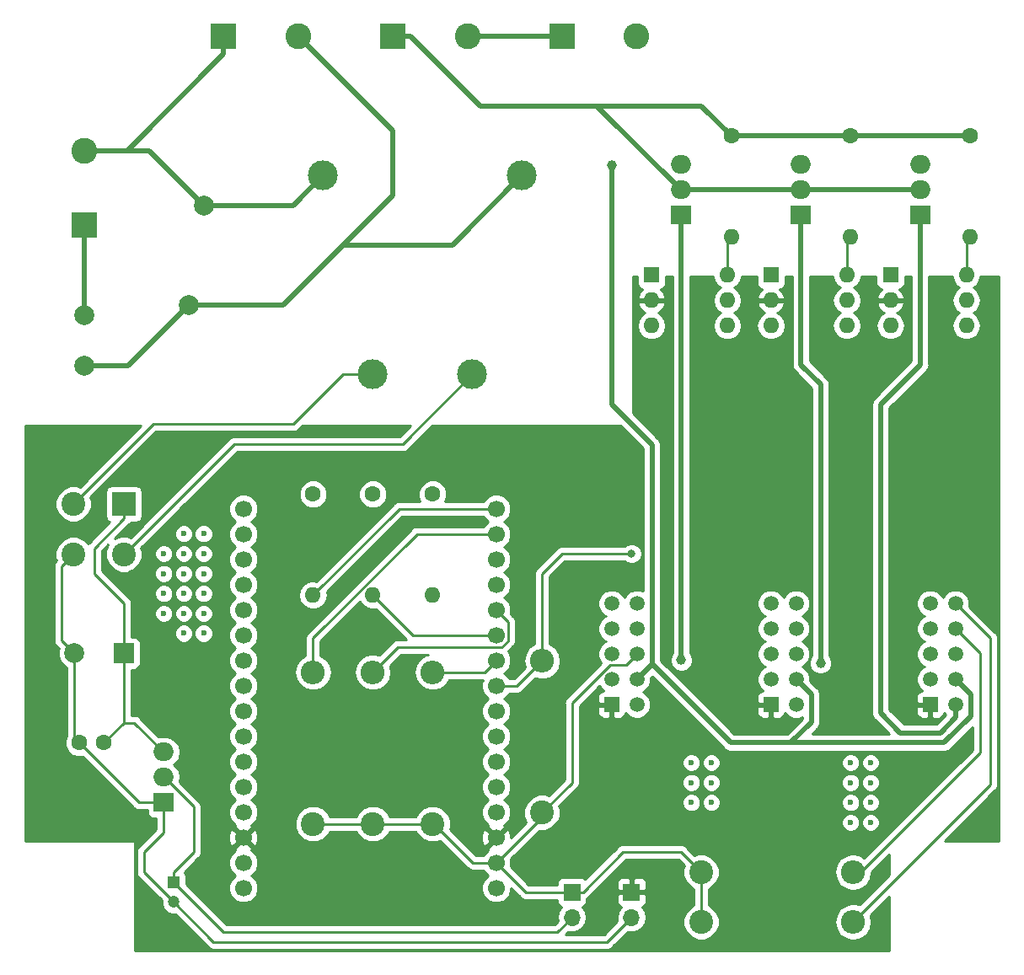
<source format=gbr>
G04 #@! TF.GenerationSoftware,KiCad,Pcbnew,5.0.1*
G04 #@! TF.CreationDate,2019-02-04T16:52:00+01:00*
G04 #@! TF.ProjectId,splitflap-berlin,73706C6974666C61702D6265726C696E,rev?*
G04 #@! TF.SameCoordinates,Original*
G04 #@! TF.FileFunction,Copper,L2,Bot,Signal*
G04 #@! TF.FilePolarity,Positive*
%FSLAX46Y46*%
G04 Gerber Fmt 4.6, Leading zero omitted, Abs format (unit mm)*
G04 Created by KiCad (PCBNEW 5.0.1) date Mo 04 Feb 2019 16:52:00 CET*
%MOMM*%
%LPD*%
G01*
G04 APERTURE LIST*
G04 #@! TA.AperFunction,ViaPad*
%ADD10C,0.600000*%
G04 #@! TD*
G04 #@! TA.AperFunction,ComponentPad*
%ADD11C,2.400000*%
G04 #@! TD*
G04 #@! TA.AperFunction,ComponentPad*
%ADD12R,2.400000X2.400000*%
G04 #@! TD*
G04 #@! TA.AperFunction,ComponentPad*
%ADD13C,1.700000*%
G04 #@! TD*
G04 #@! TA.AperFunction,ComponentPad*
%ADD14C,2.000000*%
G04 #@! TD*
G04 #@! TA.AperFunction,ComponentPad*
%ADD15R,2.000000X2.000000*%
G04 #@! TD*
G04 #@! TA.AperFunction,ComponentPad*
%ADD16C,1.600000*%
G04 #@! TD*
G04 #@! TA.AperFunction,ComponentPad*
%ADD17C,1.200000*%
G04 #@! TD*
G04 #@! TA.AperFunction,ComponentPad*
%ADD18R,1.200000X1.200000*%
G04 #@! TD*
G04 #@! TA.AperFunction,ComponentPad*
%ADD19C,2.600000*%
G04 #@! TD*
G04 #@! TA.AperFunction,ComponentPad*
%ADD20R,2.600000X2.600000*%
G04 #@! TD*
G04 #@! TA.AperFunction,ComponentPad*
%ADD21O,1.700000X1.700000*%
G04 #@! TD*
G04 #@! TA.AperFunction,ComponentPad*
%ADD22R,1.700000X1.700000*%
G04 #@! TD*
G04 #@! TA.AperFunction,ComponentPad*
%ADD23O,2.000000X1.905000*%
G04 #@! TD*
G04 #@! TA.AperFunction,ComponentPad*
%ADD24R,2.000000X1.905000*%
G04 #@! TD*
G04 #@! TA.AperFunction,ComponentPad*
%ADD25O,1.600000X1.600000*%
G04 #@! TD*
G04 #@! TA.AperFunction,ComponentPad*
%ADD26C,3.000000*%
G04 #@! TD*
G04 #@! TA.AperFunction,ComponentPad*
%ADD27R,1.600000X1.600000*%
G04 #@! TD*
G04 #@! TA.AperFunction,ComponentPad*
%ADD28C,1.520000*%
G04 #@! TD*
G04 #@! TA.AperFunction,ComponentPad*
%ADD29R,1.520000X1.520000*%
G04 #@! TD*
G04 #@! TA.AperFunction,ComponentPad*
%ADD30O,2.400000X2.400000*%
G04 #@! TD*
G04 #@! TA.AperFunction,ViaPad*
%ADD31C,0.800000*%
G04 #@! TD*
G04 #@! TA.AperFunction,ViaPad*
%ADD32C,1.000000*%
G04 #@! TD*
G04 #@! TA.AperFunction,Conductor*
%ADD33C,0.250000*%
G04 #@! TD*
G04 #@! TA.AperFunction,Conductor*
%ADD34C,0.500000*%
G04 #@! TD*
G04 #@! TA.AperFunction,Conductor*
%ADD35C,0.254000*%
G04 #@! TD*
G04 APERTURE END LIST*
D10*
G04 #@! TO.N,N/C*
G04 #@! TO.C,REF\002A\002A*
X146000000Y-136000000D03*
G04 #@! TD*
G04 #@! TO.N,N/C*
G04 #@! TO.C,REF\002A\002A*
X144000000Y-136000000D03*
G04 #@! TD*
G04 #@! TO.N,N/C*
G04 #@! TO.C,REF\002A\002A*
X146000000Y-130000000D03*
G04 #@! TD*
G04 #@! TO.N,N/C*
G04 #@! TO.C,REF\002A\002A*
X146000000Y-132000000D03*
G04 #@! TD*
G04 #@! TO.N,N/C*
G04 #@! TO.C,REF\002A\002A*
X146000000Y-134000000D03*
G04 #@! TD*
G04 #@! TO.N,N/C*
G04 #@! TO.C,REF\002A\002A*
X144000000Y-134000000D03*
G04 #@! TD*
G04 #@! TO.N,N/C*
G04 #@! TO.C,REF\002A\002A*
X144000000Y-132000000D03*
G04 #@! TD*
G04 #@! TO.N,N/C*
G04 #@! TO.C,REF\002A\002A*
X144000000Y-130000000D03*
G04 #@! TD*
G04 #@! TO.N,N/C*
G04 #@! TO.C,REF\002A\002A*
X130000000Y-134000000D03*
G04 #@! TD*
G04 #@! TO.N,N/C*
G04 #@! TO.C,REF\002A\002A*
X128000000Y-134000000D03*
G04 #@! TD*
G04 #@! TO.N,N/C*
G04 #@! TO.C,REF\002A\002A*
X128000000Y-132000000D03*
G04 #@! TD*
G04 #@! TO.N,N/C*
G04 #@! TO.C,REF\002A\002A*
X130000000Y-132000000D03*
G04 #@! TD*
G04 #@! TO.N,N/C*
G04 #@! TO.C,REF\002A\002A*
X130000000Y-130000000D03*
G04 #@! TD*
G04 #@! TO.N,N/C*
G04 #@! TO.C,REF\002A\002A*
X77000000Y-107000000D03*
G04 #@! TD*
G04 #@! TO.N,N/C*
G04 #@! TO.C,REF\002A\002A*
X79000000Y-107000000D03*
G04 #@! TD*
G04 #@! TO.N,N/C*
G04 #@! TO.C,REF\002A\002A*
X79000000Y-117000000D03*
G04 #@! TD*
G04 #@! TO.N,N/C*
G04 #@! TO.C,REF\002A\002A*
X77000000Y-117000000D03*
G04 #@! TD*
G04 #@! TO.N,N/C*
G04 #@! TO.C,REF\002A\002A*
X75000000Y-115000000D03*
G04 #@! TD*
G04 #@! TO.N,N/C*
G04 #@! TO.C,REF\002A\002A*
X77000000Y-115000000D03*
G04 #@! TD*
G04 #@! TO.N,N/C*
G04 #@! TO.C,REF\002A\002A*
X79000000Y-115000000D03*
G04 #@! TD*
G04 #@! TO.N,N/C*
G04 #@! TO.C,REF\002A\002A*
X79000000Y-113000000D03*
G04 #@! TD*
G04 #@! TO.N,N/C*
G04 #@! TO.C,REF\002A\002A*
X77000000Y-113000000D03*
G04 #@! TD*
G04 #@! TO.N,N/C*
G04 #@! TO.C,REF\002A\002A*
X75000000Y-113000000D03*
G04 #@! TD*
G04 #@! TO.N,N/C*
G04 #@! TO.C,REF\002A\002A*
X75000000Y-111000000D03*
G04 #@! TD*
G04 #@! TO.N,N/C*
G04 #@! TO.C,REF\002A\002A*
X77000000Y-111000000D03*
G04 #@! TD*
G04 #@! TO.N,N/C*
G04 #@! TO.C,REF\002A\002A*
X79000000Y-111000000D03*
G04 #@! TD*
G04 #@! TO.N,N/C*
G04 #@! TO.C,REF\002A\002A*
X79000000Y-109000000D03*
G04 #@! TD*
G04 #@! TO.N,N/C*
G04 #@! TO.C,REF\002A\002A*
X77000000Y-109000000D03*
G04 #@! TD*
D11*
G04 #@! TO.P,D1,2*
G04 #@! TO.N,/GND-REGULATOR*
X65920000Y-109080000D03*
D12*
G04 #@! TO.P,D1,1*
G04 #@! TO.N,Net-(C1-Pad1)*
X71000000Y-104000000D03*
D11*
G04 #@! TO.P,D1,4*
G04 #@! TO.N,Net-(D1-Pad4)*
X65920000Y-104000000D03*
G04 #@! TO.P,D1,3*
G04 #@! TO.N,Net-(D1-Pad3)*
X71000000Y-109080000D03*
G04 #@! TD*
D13*
G04 #@! TO.P,U4,101*
G04 #@! TO.N,N/C*
X108400000Y-142600000D03*
G04 #@! TO.P,U4,100*
X83000000Y-142600000D03*
G04 #@! TO.P,U4,30*
G04 #@! TO.N,+3V3*
X108400000Y-140060000D03*
G04 #@! TO.P,U4,29*
G04 #@! TO.N,GND*
X108400000Y-137520000D03*
G04 #@! TO.P,U4,28*
G04 #@! TO.N,N/C*
X108400000Y-134980000D03*
G04 #@! TO.P,U4,27*
X108400000Y-132440000D03*
G04 #@! TO.P,U4,26*
X108400000Y-129900000D03*
G04 #@! TO.P,U4,25*
X108400000Y-127360000D03*
G04 #@! TO.P,U4,24*
X108400000Y-124820000D03*
G04 #@! TO.P,U4,23*
G04 #@! TO.N,/FLAP2*
X108400000Y-122280000D03*
G04 #@! TO.P,U4,22*
G04 #@! TO.N,/HOME2*
X108400000Y-119740000D03*
G04 #@! TO.P,U4,21*
G04 #@! TO.N,/MOTOR2*
X108400000Y-117200000D03*
G04 #@! TO.P,U4,20*
G04 #@! TO.N,/FLAP1*
X108400000Y-114660000D03*
G04 #@! TO.P,U4,19*
G04 #@! TO.N,N/C*
X108400000Y-112120000D03*
G04 #@! TO.P,U4,18*
X108400000Y-109580000D03*
G04 #@! TO.P,U4,17*
G04 #@! TO.N,/HOME1*
X108400000Y-107040000D03*
G04 #@! TO.P,U4,16*
G04 #@! TO.N,/MOTOR1*
X108400000Y-104500000D03*
G04 #@! TO.P,U4,15*
G04 #@! TO.N,N/C*
X83000000Y-140060000D03*
G04 #@! TO.P,U4,14*
G04 #@! TO.N,GND*
X83000000Y-137520000D03*
G04 #@! TO.P,U4,13*
G04 #@! TO.N,N/C*
X83000000Y-134980000D03*
G04 #@! TO.P,U4,12*
X83000000Y-132440000D03*
G04 #@! TO.P,U4,11*
X83000000Y-129900000D03*
G04 #@! TO.P,U4,10*
G04 #@! TO.N,/FLAP3*
X83000000Y-127360000D03*
G04 #@! TO.P,U4,9*
G04 #@! TO.N,/HOME3*
X83000000Y-124820000D03*
G04 #@! TO.P,U4,8*
G04 #@! TO.N,/MOTOR3*
X83000000Y-122280000D03*
G04 #@! TO.P,U4,7*
G04 #@! TO.N,N/C*
X83000000Y-119740000D03*
G04 #@! TO.P,U4,6*
X83000000Y-117200000D03*
G04 #@! TO.P,U4,5*
X83000000Y-114660000D03*
G04 #@! TO.P,U4,4*
X83000000Y-112120000D03*
G04 #@! TO.P,U4,3*
X83000000Y-109580000D03*
G04 #@! TO.P,U4,2*
X83000000Y-107040000D03*
G04 #@! TO.P,U4,1*
X83000000Y-104500000D03*
G04 #@! TD*
D14*
G04 #@! TO.P,C1,2*
G04 #@! TO.N,/GND-REGULATOR*
X66000000Y-119000000D03*
D15*
G04 #@! TO.P,C1,1*
G04 #@! TO.N,Net-(C1-Pad1)*
X71000000Y-119000000D03*
G04 #@! TD*
D16*
G04 #@! TO.P,C2,2*
G04 #@! TO.N,/GND-REGULATOR*
X66500000Y-128000000D03*
G04 #@! TO.P,C2,1*
G04 #@! TO.N,Net-(C1-Pad1)*
X69000000Y-128000000D03*
G04 #@! TD*
D17*
G04 #@! TO.P,C3,2*
G04 #@! TO.N,/GND-REGULATOR*
X76000000Y-144000000D03*
D18*
G04 #@! TO.P,C3,1*
G04 #@! TO.N,/VCC-REGULATOR*
X76000000Y-142000000D03*
G04 #@! TD*
D14*
G04 #@! TO.P,F1,2*
G04 #@! TO.N,/+230VAC-FUSED*
X66990000Y-90080000D03*
G04 #@! TO.P,F1,1*
G04 #@! TO.N,/+230VAC*
X67000000Y-85000000D03*
G04 #@! TD*
D19*
G04 #@! TO.P,J1,2*
G04 #@! TO.N,/-230VAC*
X67000000Y-68500000D03*
D20*
G04 #@! TO.P,J1,1*
G04 #@! TO.N,/+230VAC*
X67000000Y-76000000D03*
G04 #@! TD*
D21*
G04 #@! TO.P,JP1,2*
G04 #@! TO.N,/GND-REGULATOR*
X122000000Y-145540000D03*
D22*
G04 #@! TO.P,JP1,1*
G04 #@! TO.N,GND*
X122000000Y-143000000D03*
G04 #@! TD*
D21*
G04 #@! TO.P,JP2,2*
G04 #@! TO.N,/VCC-REGULATOR*
X116000000Y-145540000D03*
D22*
G04 #@! TO.P,JP2,1*
G04 #@! TO.N,+3V3*
X116000000Y-143000000D03*
G04 #@! TD*
D23*
G04 #@! TO.P,Q1,3*
G04 #@! TO.N,Net-(Q1-Pad3)*
X127000000Y-69920000D03*
G04 #@! TO.P,Q1,2*
G04 #@! TO.N,48VAC_L*
X127000000Y-72460000D03*
D24*
G04 #@! TO.P,Q1,1*
G04 #@! TO.N,/MOTOR1-AC*
X127000000Y-75000000D03*
G04 #@! TD*
D23*
G04 #@! TO.P,Q2,3*
G04 #@! TO.N,Net-(Q2-Pad3)*
X151000000Y-69920000D03*
G04 #@! TO.P,Q2,2*
G04 #@! TO.N,48VAC_L*
X151000000Y-72460000D03*
D24*
G04 #@! TO.P,Q2,1*
G04 #@! TO.N,/MOTOR3-AC*
X151000000Y-75000000D03*
G04 #@! TD*
D23*
G04 #@! TO.P,Q3,3*
G04 #@! TO.N,Net-(Q3-Pad3)*
X139000000Y-69920000D03*
G04 #@! TO.P,Q3,2*
G04 #@! TO.N,48VAC_L*
X139000000Y-72460000D03*
D24*
G04 #@! TO.P,Q3,1*
G04 #@! TO.N,/MOTOR2-AC*
X139000000Y-75000000D03*
G04 #@! TD*
D25*
G04 #@! TO.P,R1,2*
G04 #@! TO.N,/MOTOR1*
X90000000Y-113160000D03*
D16*
G04 #@! TO.P,R1,1*
G04 #@! TO.N,Net-(R1-Pad1)*
X90000000Y-103000000D03*
G04 #@! TD*
D25*
G04 #@! TO.P,R2,2*
G04 #@! TO.N,/MOTOR3*
X102000000Y-113160000D03*
D16*
G04 #@! TO.P,R2,1*
G04 #@! TO.N,Net-(R2-Pad1)*
X102000000Y-103000000D03*
G04 #@! TD*
D25*
G04 #@! TO.P,R3,2*
G04 #@! TO.N,Net-(R3-Pad2)*
X132000000Y-77160000D03*
D16*
G04 #@! TO.P,R3,1*
G04 #@! TO.N,48VAC_L*
X132000000Y-67000000D03*
G04 #@! TD*
D25*
G04 #@! TO.P,R4,2*
G04 #@! TO.N,Net-(R4-Pad2)*
X156000000Y-77160000D03*
D16*
G04 #@! TO.P,R4,1*
G04 #@! TO.N,48VAC_L*
X156000000Y-67000000D03*
G04 #@! TD*
D25*
G04 #@! TO.P,R7,2*
G04 #@! TO.N,/MOTOR2*
X96000000Y-113160000D03*
D16*
G04 #@! TO.P,R7,1*
G04 #@! TO.N,Net-(R7-Pad1)*
X96000000Y-103000000D03*
G04 #@! TD*
D25*
G04 #@! TO.P,R9,2*
G04 #@! TO.N,Net-(R9-Pad2)*
X144000000Y-77160000D03*
D16*
G04 #@! TO.P,R9,1*
G04 #@! TO.N,48VAC_L*
X144000000Y-67000000D03*
G04 #@! TD*
D14*
G04 #@! TO.P,RV1,2*
G04 #@! TO.N,/+230VAC-FUSED*
X77500000Y-84000000D03*
G04 #@! TO.P,RV1,1*
G04 #@! TO.N,/-230VAC*
X79000000Y-74000000D03*
G04 #@! TD*
D19*
G04 #@! TO.P,T1,6*
G04 #@! TO.N,48VAC_N*
X122500000Y-57000000D03*
D20*
G04 #@! TO.P,T1,5*
G04 #@! TO.N,Net-(T1-Pad4)*
X115000000Y-57000000D03*
G04 #@! TO.P,T1,3*
G04 #@! TO.N,48VAC_L*
X98000000Y-57000000D03*
D19*
G04 #@! TO.P,T1,4*
G04 #@! TO.N,Net-(T1-Pad4)*
X105500000Y-57000000D03*
G04 #@! TO.P,T1,2*
G04 #@! TO.N,/+230VAC-FUSED*
X88500000Y-57000000D03*
D20*
G04 #@! TO.P,T1,1*
G04 #@! TO.N,/-230VAC*
X81000000Y-57000000D03*
G04 #@! TD*
D26*
G04 #@! TO.P,T2,3*
G04 #@! TO.N,Net-(D1-Pad4)*
X96000000Y-91000000D03*
G04 #@! TO.P,T2,4*
G04 #@! TO.N,Net-(D1-Pad3)*
X106000000Y-91000000D03*
G04 #@! TO.P,T2,2*
G04 #@! TO.N,/+230VAC-FUSED*
X111000000Y-71000000D03*
G04 #@! TO.P,T2,1*
G04 #@! TO.N,/-230VAC*
X91000000Y-71000000D03*
G04 #@! TD*
D25*
G04 #@! TO.P,U1,6*
G04 #@! TO.N,Net-(R3-Pad2)*
X131620000Y-81000000D03*
G04 #@! TO.P,U1,3*
G04 #@! TO.N,N/C*
X124000000Y-86080000D03*
G04 #@! TO.P,U1,5*
X131620000Y-83540000D03*
G04 #@! TO.P,U1,2*
G04 #@! TO.N,GND*
X124000000Y-83540000D03*
G04 #@! TO.P,U1,4*
G04 #@! TO.N,Net-(Q1-Pad3)*
X131620000Y-86080000D03*
D27*
G04 #@! TO.P,U1,1*
G04 #@! TO.N,Net-(R1-Pad1)*
X124000000Y-81000000D03*
G04 #@! TD*
D25*
G04 #@! TO.P,U2,6*
G04 #@! TO.N,Net-(R4-Pad2)*
X155620000Y-81000000D03*
G04 #@! TO.P,U2,3*
G04 #@! TO.N,N/C*
X148000000Y-86080000D03*
G04 #@! TO.P,U2,5*
X155620000Y-83540000D03*
G04 #@! TO.P,U2,2*
G04 #@! TO.N,GND*
X148000000Y-83540000D03*
G04 #@! TO.P,U2,4*
G04 #@! TO.N,Net-(Q2-Pad3)*
X155620000Y-86080000D03*
D27*
G04 #@! TO.P,U2,1*
G04 #@! TO.N,Net-(R2-Pad1)*
X148000000Y-81000000D03*
G04 #@! TD*
D23*
G04 #@! TO.P,U3,3*
G04 #@! TO.N,Net-(C1-Pad1)*
X75000000Y-128920000D03*
G04 #@! TO.P,U3,2*
G04 #@! TO.N,/VCC-REGULATOR*
X75000000Y-131460000D03*
D24*
G04 #@! TO.P,U3,1*
G04 #@! TO.N,/GND-REGULATOR*
X75000000Y-134000000D03*
G04 #@! TD*
D25*
G04 #@! TO.P,U5,6*
G04 #@! TO.N,Net-(R9-Pad2)*
X143620000Y-81000000D03*
G04 #@! TO.P,U5,3*
G04 #@! TO.N,N/C*
X136000000Y-86080000D03*
G04 #@! TO.P,U5,5*
X143620000Y-83540000D03*
G04 #@! TO.P,U5,2*
G04 #@! TO.N,GND*
X136000000Y-83540000D03*
G04 #@! TO.P,U5,4*
G04 #@! TO.N,Net-(Q3-Pad3)*
X143620000Y-86080000D03*
D27*
G04 #@! TO.P,U5,1*
G04 #@! TO.N,Net-(R7-Pad1)*
X136000000Y-81000000D03*
G04 #@! TD*
D28*
G04 #@! TO.P,J2,2*
G04 #@! TO.N,/MOTOR1-AC*
X122540000Y-124160000D03*
G04 #@! TO.P,J2,9*
G04 #@! TO.N,N/C*
X120000000Y-114000000D03*
G04 #@! TO.P,J2,4*
G04 #@! TO.N,48VAC_N*
X122540000Y-121620000D03*
G04 #@! TO.P,J2,3*
G04 #@! TO.N,N/C*
X120000000Y-121620000D03*
G04 #@! TO.P,J2,6*
G04 #@! TO.N,+3V3*
X122540000Y-119080000D03*
G04 #@! TO.P,J2,5*
G04 #@! TO.N,N/C*
X120000000Y-119080000D03*
G04 #@! TO.P,J2,8*
G04 #@! TO.N,/HOME1*
X122540000Y-116540000D03*
G04 #@! TO.P,J2,7*
G04 #@! TO.N,N/C*
X120000000Y-116540000D03*
G04 #@! TO.P,J2,10*
G04 #@! TO.N,/FLAP1*
X122540000Y-114000000D03*
D29*
G04 #@! TO.P,J2,1*
G04 #@! TO.N,GND*
X120000000Y-124160000D03*
G04 #@! TD*
D28*
G04 #@! TO.P,J3,2*
G04 #@! TO.N,/MOTOR3-AC*
X154540000Y-124160000D03*
G04 #@! TO.P,J3,9*
G04 #@! TO.N,N/C*
X152000000Y-114000000D03*
G04 #@! TO.P,J3,4*
G04 #@! TO.N,48VAC_N*
X154540000Y-121620000D03*
G04 #@! TO.P,J3,3*
G04 #@! TO.N,N/C*
X152000000Y-121620000D03*
G04 #@! TO.P,J3,6*
G04 #@! TO.N,+3V3*
X154540000Y-119080000D03*
G04 #@! TO.P,J3,5*
G04 #@! TO.N,N/C*
X152000000Y-119080000D03*
G04 #@! TO.P,J3,8*
G04 #@! TO.N,/HOME3*
X154540000Y-116540000D03*
G04 #@! TO.P,J3,7*
G04 #@! TO.N,N/C*
X152000000Y-116540000D03*
G04 #@! TO.P,J3,10*
G04 #@! TO.N,/FLAP3*
X154540000Y-114000000D03*
D29*
G04 #@! TO.P,J3,1*
G04 #@! TO.N,GND*
X152000000Y-124160000D03*
G04 #@! TD*
D28*
G04 #@! TO.P,J4,2*
G04 #@! TO.N,/MOTOR2-AC*
X138540000Y-124160000D03*
G04 #@! TO.P,J4,9*
G04 #@! TO.N,N/C*
X136000000Y-114000000D03*
G04 #@! TO.P,J4,4*
G04 #@! TO.N,48VAC_N*
X138540000Y-121620000D03*
G04 #@! TO.P,J4,3*
G04 #@! TO.N,N/C*
X136000000Y-121620000D03*
G04 #@! TO.P,J4,6*
G04 #@! TO.N,+3V3*
X138540000Y-119080000D03*
G04 #@! TO.P,J4,5*
G04 #@! TO.N,N/C*
X136000000Y-119080000D03*
G04 #@! TO.P,J4,8*
G04 #@! TO.N,/HOME2*
X138540000Y-116540000D03*
G04 #@! TO.P,J4,7*
G04 #@! TO.N,N/C*
X136000000Y-116540000D03*
G04 #@! TO.P,J4,10*
G04 #@! TO.N,/FLAP2*
X138540000Y-114000000D03*
D29*
G04 #@! TO.P,J4,1*
G04 #@! TO.N,GND*
X136000000Y-124160000D03*
G04 #@! TD*
D11*
G04 #@! TO.P,R5,1*
G04 #@! TO.N,+3V3*
X129000000Y-146000000D03*
D30*
G04 #@! TO.P,R5,2*
G04 #@! TO.N,/FLAP3*
X144240000Y-146000000D03*
G04 #@! TD*
G04 #@! TO.P,R6,2*
G04 #@! TO.N,/HOME3*
X144240000Y-141000000D03*
D11*
G04 #@! TO.P,R6,1*
G04 #@! TO.N,+3V3*
X129000000Y-141000000D03*
G04 #@! TD*
G04 #@! TO.P,R8,1*
G04 #@! TO.N,+3V3*
X90000000Y-136160000D03*
D30*
G04 #@! TO.P,R8,2*
G04 #@! TO.N,/HOME1*
X90000000Y-120920000D03*
G04 #@! TD*
G04 #@! TO.P,R10,2*
G04 #@! TO.N,/FLAP1*
X96000000Y-120920000D03*
D11*
G04 #@! TO.P,R10,1*
G04 #@! TO.N,+3V3*
X96000000Y-136160000D03*
G04 #@! TD*
G04 #@! TO.P,R11,1*
G04 #@! TO.N,+3V3*
X102000000Y-136160000D03*
D30*
G04 #@! TO.P,R11,2*
G04 #@! TO.N,/HOME2*
X102000000Y-120920000D03*
G04 #@! TD*
G04 #@! TO.P,R12,2*
G04 #@! TO.N,/FLAP2*
X113000000Y-119760000D03*
D11*
G04 #@! TO.P,R12,1*
G04 #@! TO.N,+3V3*
X113000000Y-135000000D03*
G04 #@! TD*
D10*
G04 #@! TO.N,N/C*
G04 #@! TO.C,REF\002A\002A*
X75000000Y-109000000D03*
G04 #@! TD*
G04 #@! TO.N,N/C*
G04 #@! TO.C,REF\002A\002A*
X128000000Y-130000000D03*
G04 #@! TD*
D31*
G04 #@! TO.N,/FLAP2*
X122000000Y-109000000D03*
D32*
G04 #@! TO.N,48VAC_N*
X120000000Y-70000000D03*
G04 #@! TO.N,/MOTOR1-AC*
X127000000Y-119700000D03*
G04 #@! TO.N,/MOTOR2-AC*
X141000000Y-120000000D03*
G04 #@! TD*
D33*
G04 #@! TO.N,Net-(C1-Pad1)*
X71000000Y-105450000D02*
X68000000Y-108450000D01*
X71000000Y-104000000D02*
X71000000Y-105450000D01*
X68000000Y-108450000D02*
X68000000Y-111000000D01*
X71000000Y-114000000D02*
X71000000Y-119000000D01*
X68000000Y-111000000D02*
X71000000Y-114000000D01*
X71000000Y-126000000D02*
X69000000Y-128000000D01*
X71000000Y-119000000D02*
X71000000Y-126000000D01*
X74952500Y-128920000D02*
X75000000Y-128920000D01*
X72032500Y-126000000D02*
X74952500Y-128920000D01*
X71000000Y-126000000D02*
X72032500Y-126000000D01*
G04 #@! TO.N,/GND-REGULATOR*
X65000001Y-118000001D02*
X66000000Y-119000000D01*
X64720001Y-117720001D02*
X65000001Y-118000001D01*
X64720001Y-110279999D02*
X64720001Y-117720001D01*
X65920000Y-109080000D02*
X64720001Y-110279999D01*
X66000000Y-127500000D02*
X66500000Y-128000000D01*
X66000000Y-119000000D02*
X66000000Y-127500000D01*
X72500000Y-134000000D02*
X75000000Y-134000000D01*
X66500000Y-128000000D02*
X72500000Y-134000000D01*
X75000000Y-134000000D02*
X75000000Y-137000000D01*
X75000000Y-137000000D02*
X73000000Y-139000000D01*
X73000000Y-141000000D02*
X76000000Y-144000000D01*
X73000000Y-139000000D02*
X73000000Y-141000000D01*
X119540000Y-148000000D02*
X122000000Y-145540000D01*
X76000000Y-144000000D02*
X80000000Y-148000000D01*
X80000000Y-148000000D02*
X119540000Y-148000000D01*
G04 #@! TO.N,/VCC-REGULATOR*
X75047500Y-131460000D02*
X78000000Y-134412500D01*
X75000000Y-131460000D02*
X75047500Y-131460000D01*
X78000000Y-134412500D02*
X78000000Y-139000000D01*
X76000000Y-141000000D02*
X76000000Y-142000000D01*
X78000000Y-139000000D02*
X76000000Y-141000000D01*
X114540000Y-147000000D02*
X116000000Y-145540000D01*
X81000000Y-147000000D02*
X114540000Y-147000000D01*
X81000000Y-147000000D02*
X76000000Y-142000000D01*
G04 #@! TO.N,Net-(D1-Pad3)*
X71000000Y-109080000D02*
X82080000Y-98000000D01*
X99000000Y-98000000D02*
X106000000Y-91000000D01*
X82080000Y-98000000D02*
X99000000Y-98000000D01*
G04 #@! TO.N,Net-(D1-Pad4)*
X96000000Y-91000000D02*
X93000000Y-91000000D01*
X93000000Y-91000000D02*
X88000000Y-96000000D01*
X73920000Y-96000000D02*
X65920000Y-104000000D01*
X88000000Y-96000000D02*
X73920000Y-96000000D01*
D34*
G04 #@! TO.N,/+230VAC*
X67000000Y-76000000D02*
X67000000Y-85000000D01*
G04 #@! TO.N,/-230VAC*
X81000000Y-58800000D02*
X81000000Y-57000000D01*
X71300000Y-68500000D02*
X81000000Y-58800000D01*
X67000000Y-68500000D02*
X71300000Y-68500000D01*
X73500000Y-68500000D02*
X79000000Y-74000000D01*
X71300000Y-68500000D02*
X73500000Y-68500000D01*
X88000000Y-74000000D02*
X91000000Y-71000000D01*
X79000000Y-74000000D02*
X88000000Y-74000000D01*
D33*
G04 #@! TO.N,/FLAP1*
X98544999Y-118375001D02*
X96000000Y-120920000D01*
X108964001Y-118375001D02*
X98544999Y-118375001D01*
X109575001Y-117764001D02*
X108964001Y-118375001D01*
X108400000Y-114660000D02*
X109575001Y-115835001D01*
X109575001Y-115835001D02*
X109575001Y-117764001D01*
G04 #@! TO.N,+3V3*
X111340000Y-143000000D02*
X108400000Y-140060000D01*
X116000000Y-143000000D02*
X111340000Y-143000000D01*
X106060000Y-140060000D02*
X102000000Y-136000000D01*
X108400000Y-140060000D02*
X106060000Y-140060000D01*
X102000000Y-136160000D02*
X90000000Y-136160000D01*
X128060000Y-140060000D02*
X129000000Y-141000000D01*
X113000000Y-135460000D02*
X113000000Y-135000000D01*
X108400000Y-140060000D02*
X113000000Y-135460000D01*
X121780001Y-119839999D02*
X122540000Y-119080000D01*
X121454999Y-120165001D02*
X121780001Y-119839999D01*
X119834999Y-120165001D02*
X121454999Y-120165001D01*
X116000000Y-124000000D02*
X119834999Y-120165001D01*
X116000000Y-132000000D02*
X116000000Y-124000000D01*
X113000000Y-135000000D02*
X116000000Y-132000000D01*
X117100000Y-143000000D02*
X121100000Y-139000000D01*
X116000000Y-143000000D02*
X117100000Y-143000000D01*
X127000000Y-139000000D02*
X129000000Y-141000000D01*
X121100000Y-139000000D02*
X127000000Y-139000000D01*
X129000000Y-141000000D02*
X129000000Y-146000000D01*
G04 #@! TO.N,/HOME1*
X90000000Y-119222944D02*
X90000000Y-120920000D01*
X90000000Y-117494998D02*
X90000000Y-119222944D01*
X100454998Y-107040000D02*
X90000000Y-117494998D01*
X108400000Y-107040000D02*
X100454998Y-107040000D01*
G04 #@! TO.N,/HOME2*
X108260000Y-119740000D02*
X108400000Y-119740000D01*
X107220000Y-120920000D02*
X108400000Y-119740000D01*
X102000000Y-120920000D02*
X107220000Y-120920000D01*
G04 #@! TO.N,/FLAP2*
X122000000Y-109000000D02*
X115000000Y-109000000D01*
X115000000Y-109000000D02*
X113000000Y-111000000D01*
X113000000Y-111000000D02*
X113000000Y-119760000D01*
X110480000Y-122280000D02*
X113000000Y-119760000D01*
X108400000Y-122280000D02*
X110480000Y-122280000D01*
G04 #@! TO.N,/HOME3*
X145000000Y-141000000D02*
X144240000Y-141000000D01*
X157000000Y-129000000D02*
X145000000Y-141000000D01*
X154540000Y-116540000D02*
X157000000Y-119000000D01*
X157000000Y-119000000D02*
X157000000Y-129000000D01*
G04 #@! TO.N,/FLAP3*
X155299999Y-114759999D02*
X154540000Y-114000000D01*
X158000000Y-117460000D02*
X155299999Y-114759999D01*
X158000000Y-129160000D02*
X158000000Y-128000000D01*
X158000000Y-132240000D02*
X158000000Y-128000000D01*
X144240000Y-146000000D02*
X158000000Y-132240000D01*
X158000000Y-128000000D02*
X158000000Y-117460000D01*
G04 #@! TO.N,/MOTOR1*
X98660000Y-104500000D02*
X108400000Y-104500000D01*
X90000000Y-113160000D02*
X98660000Y-104500000D01*
G04 #@! TO.N,/MOTOR2*
X100040000Y-117200000D02*
X96000000Y-113160000D01*
X108400000Y-117200000D02*
X100040000Y-117200000D01*
G04 #@! TO.N,Net-(R3-Pad2)*
X131620000Y-77540000D02*
X132000000Y-77160000D01*
X131620000Y-81000000D02*
X131620000Y-77540000D01*
G04 #@! TO.N,Net-(R4-Pad2)*
X155620000Y-77540000D02*
X156000000Y-77160000D01*
X155620000Y-81000000D02*
X155620000Y-77540000D01*
G04 #@! TO.N,Net-(R9-Pad2)*
X143620000Y-77540000D02*
X144000000Y-77160000D01*
X143620000Y-81000000D02*
X143620000Y-77540000D01*
D34*
G04 #@! TO.N,Net-(T1-Pad4)*
X105500000Y-57000000D02*
X115000000Y-57000000D01*
G04 #@! TO.N,48VAC_N*
X124050001Y-120109999D02*
X124050001Y-98050001D01*
X122540000Y-121620000D02*
X124050001Y-120109999D01*
X124050001Y-98050001D02*
X122449999Y-96449999D01*
X122449999Y-96449999D02*
X120000000Y-94000000D01*
X120000000Y-94000000D02*
X120000000Y-70000000D01*
X156050001Y-125364225D02*
X153414226Y-128000000D01*
X154540000Y-121620000D02*
X156050001Y-123130001D01*
X156050001Y-123130001D02*
X156050001Y-125364225D01*
X131940002Y-128000000D02*
X124050001Y-120109999D01*
X140050001Y-123130001D02*
X140050001Y-125949999D01*
X138540000Y-121620000D02*
X140050001Y-123130001D01*
X153414226Y-128000000D02*
X138000000Y-128000000D01*
X140050001Y-125949999D02*
X138000000Y-128000000D01*
X138000000Y-128000000D02*
X131940002Y-128000000D01*
G04 #@! TO.N,/MOTOR1-AC*
X127000000Y-75000000D02*
X127000000Y-119700000D01*
G04 #@! TO.N,/MOTOR3-AC*
X151000000Y-75000000D02*
X151000000Y-90000000D01*
X154540000Y-124160000D02*
X154540000Y-125460000D01*
X154540000Y-125460000D02*
X153000000Y-127000000D01*
X153000000Y-127000000D02*
X149000000Y-127000000D01*
X149000000Y-127000000D02*
X147000000Y-125000000D01*
X147000000Y-125000000D02*
X147000000Y-94000000D01*
X147000000Y-94000000D02*
X151000000Y-90000000D01*
G04 #@! TO.N,/MOTOR2-AC*
X141000000Y-92000000D02*
X141000000Y-120000000D01*
X139000000Y-75000000D02*
X139000000Y-90000000D01*
X139000000Y-90000000D02*
X141000000Y-92000000D01*
G04 #@! TO.N,48VAC_L*
X127000000Y-72460000D02*
X151000000Y-72460000D01*
X126952500Y-72460000D02*
X118492500Y-64000000D01*
X127000000Y-72460000D02*
X126952500Y-72460000D01*
X99800000Y-57000000D02*
X98000000Y-57000000D01*
X106800000Y-64000000D02*
X99800000Y-57000000D01*
X118492500Y-64000000D02*
X106800000Y-64000000D01*
X129000000Y-64000000D02*
X132000000Y-67000000D01*
X118492500Y-64000000D02*
X129000000Y-64000000D01*
X132000000Y-67000000D02*
X156000000Y-67000000D01*
G04 #@! TO.N,/+230VAC-FUSED*
X71420000Y-90080000D02*
X77500000Y-84000000D01*
X66990000Y-90080000D02*
X71420000Y-90080000D01*
X77500000Y-84000000D02*
X87000000Y-84000000D01*
X87000000Y-84000000D02*
X93000000Y-78000000D01*
X104000000Y-78000000D02*
X111000000Y-71000000D01*
X93000000Y-78000000D02*
X104000000Y-78000000D01*
X98000000Y-66500000D02*
X88500000Y-57000000D01*
X98000000Y-73000000D02*
X98000000Y-66500000D01*
X93000000Y-78000000D02*
X98000000Y-73000000D01*
G04 #@! TD*
D35*
G04 #@! TO.N,GND*
G36*
X66564449Y-102280750D02*
X66285004Y-102165000D01*
X65554996Y-102165000D01*
X64880556Y-102444362D01*
X64364362Y-102960556D01*
X64085000Y-103634996D01*
X64085000Y-104365004D01*
X64364362Y-105039444D01*
X64880556Y-105555638D01*
X65554996Y-105835000D01*
X66285004Y-105835000D01*
X66959444Y-105555638D01*
X67475638Y-105039444D01*
X67755000Y-104365004D01*
X67755000Y-103634996D01*
X67639250Y-103355551D01*
X74234803Y-96760000D01*
X87925153Y-96760000D01*
X88000000Y-96774888D01*
X88074847Y-96760000D01*
X88074852Y-96760000D01*
X88296537Y-96715904D01*
X88547929Y-96547929D01*
X88590331Y-96484470D01*
X88947801Y-96127000D01*
X99798199Y-96127000D01*
X98685199Y-97240000D01*
X82154846Y-97240000D01*
X82079999Y-97225112D01*
X82005152Y-97240000D01*
X82005148Y-97240000D01*
X81783463Y-97284096D01*
X81532071Y-97452071D01*
X81489671Y-97515527D01*
X71644449Y-107360750D01*
X71365004Y-107245000D01*
X70634996Y-107245000D01*
X70028641Y-107496160D01*
X71484473Y-106040329D01*
X71547929Y-105997929D01*
X71648483Y-105847440D01*
X72200000Y-105847440D01*
X72447765Y-105798157D01*
X72657809Y-105657809D01*
X72798157Y-105447765D01*
X72847440Y-105200000D01*
X72847440Y-102800000D01*
X72798157Y-102552235D01*
X72657809Y-102342191D01*
X72447765Y-102201843D01*
X72200000Y-102152560D01*
X69800000Y-102152560D01*
X69552235Y-102201843D01*
X69342191Y-102342191D01*
X69201843Y-102552235D01*
X69152560Y-102800000D01*
X69152560Y-105200000D01*
X69201843Y-105447765D01*
X69342191Y-105657809D01*
X69552235Y-105798157D01*
X69572926Y-105802273D01*
X67515530Y-107859669D01*
X67452071Y-107902071D01*
X67406041Y-107970959D01*
X66959444Y-107524362D01*
X66285004Y-107245000D01*
X65554996Y-107245000D01*
X64880556Y-107524362D01*
X64364362Y-108040556D01*
X64085000Y-108714996D01*
X64085000Y-109445004D01*
X64197006Y-109715410D01*
X64172072Y-109732070D01*
X64004097Y-109983463D01*
X63960001Y-110205148D01*
X63960001Y-110205152D01*
X63945113Y-110279999D01*
X63960001Y-110354846D01*
X63960002Y-117645149D01*
X63945113Y-117720001D01*
X64004098Y-118016538D01*
X64033499Y-118060539D01*
X64172073Y-118267930D01*
X64235529Y-118310330D01*
X64433823Y-118508624D01*
X64365000Y-118674778D01*
X64365000Y-119325222D01*
X64613914Y-119926153D01*
X65073847Y-120386086D01*
X65240000Y-120454909D01*
X65240001Y-127292072D01*
X65065000Y-127714561D01*
X65065000Y-128285439D01*
X65283466Y-128812862D01*
X65687138Y-129216534D01*
X66214561Y-129435000D01*
X66785439Y-129435000D01*
X66838302Y-129413103D01*
X71909673Y-134484476D01*
X71952071Y-134547929D01*
X72015524Y-134590327D01*
X72015526Y-134590329D01*
X72140902Y-134674102D01*
X72203463Y-134715904D01*
X72425148Y-134760000D01*
X72425152Y-134760000D01*
X72499999Y-134774888D01*
X72574846Y-134760000D01*
X73352560Y-134760000D01*
X73352560Y-134952500D01*
X73401843Y-135200265D01*
X73542191Y-135410309D01*
X73752235Y-135550657D01*
X74000000Y-135599940D01*
X74240001Y-135599940D01*
X74240001Y-136685197D01*
X72515530Y-138409669D01*
X72452071Y-138452071D01*
X72284096Y-138703464D01*
X72240000Y-138925149D01*
X72240000Y-138925153D01*
X72225112Y-139000000D01*
X72240000Y-139074847D01*
X72240001Y-140925148D01*
X72225112Y-141000000D01*
X72284097Y-141296537D01*
X72388022Y-141452071D01*
X72452072Y-141547929D01*
X72515528Y-141590329D01*
X74765000Y-143839802D01*
X74765000Y-144245657D01*
X74953018Y-144699571D01*
X75300429Y-145046982D01*
X75754343Y-145235000D01*
X76160199Y-145235000D01*
X79409671Y-148484473D01*
X79452071Y-148547929D01*
X79703463Y-148715904D01*
X79925148Y-148760000D01*
X79925152Y-148760000D01*
X79999999Y-148774888D01*
X80074846Y-148760000D01*
X119465153Y-148760000D01*
X119540000Y-148774888D01*
X119614847Y-148760000D01*
X119614852Y-148760000D01*
X119836537Y-148715904D01*
X120087929Y-148547929D01*
X120130331Y-148484470D01*
X121633593Y-146981209D01*
X121853744Y-147025000D01*
X122146256Y-147025000D01*
X122579418Y-146938839D01*
X123070625Y-146610625D01*
X123398839Y-146119418D01*
X123514092Y-145540000D01*
X123398839Y-144960582D01*
X123070625Y-144469375D01*
X123048967Y-144454904D01*
X123209698Y-144388327D01*
X123388327Y-144209699D01*
X123485000Y-143976310D01*
X123485000Y-143285750D01*
X123326250Y-143127000D01*
X122127000Y-143127000D01*
X122127000Y-143147000D01*
X121873000Y-143147000D01*
X121873000Y-143127000D01*
X120673750Y-143127000D01*
X120515000Y-143285750D01*
X120515000Y-143976310D01*
X120611673Y-144209699D01*
X120790302Y-144388327D01*
X120951033Y-144454904D01*
X120929375Y-144469375D01*
X120601161Y-144960582D01*
X120485908Y-145540000D01*
X120558791Y-145906407D01*
X119225199Y-147240000D01*
X115374801Y-147240000D01*
X115633592Y-146981209D01*
X115853744Y-147025000D01*
X116146256Y-147025000D01*
X116579418Y-146938839D01*
X117070625Y-146610625D01*
X117398839Y-146119418D01*
X117514092Y-145540000D01*
X117398839Y-144960582D01*
X117070625Y-144469375D01*
X117052381Y-144457184D01*
X117097765Y-144448157D01*
X117307809Y-144307809D01*
X117448157Y-144097765D01*
X117497440Y-143850000D01*
X117497440Y-143648483D01*
X117647929Y-143547929D01*
X117690331Y-143484470D01*
X119151111Y-142023690D01*
X120515000Y-142023690D01*
X120515000Y-142714250D01*
X120673750Y-142873000D01*
X121873000Y-142873000D01*
X121873000Y-141673750D01*
X122127000Y-141673750D01*
X122127000Y-142873000D01*
X123326250Y-142873000D01*
X123485000Y-142714250D01*
X123485000Y-142023690D01*
X123388327Y-141790301D01*
X123209698Y-141611673D01*
X122976309Y-141515000D01*
X122285750Y-141515000D01*
X122127000Y-141673750D01*
X121873000Y-141673750D01*
X121714250Y-141515000D01*
X121023691Y-141515000D01*
X120790302Y-141611673D01*
X120611673Y-141790301D01*
X120515000Y-142023690D01*
X119151111Y-142023690D01*
X121414802Y-139760000D01*
X126685199Y-139760000D01*
X127280750Y-140355551D01*
X127165000Y-140634996D01*
X127165000Y-141365004D01*
X127444362Y-142039444D01*
X127960556Y-142555638D01*
X128240000Y-142671388D01*
X128240001Y-144328612D01*
X127960556Y-144444362D01*
X127444362Y-144960556D01*
X127165000Y-145634996D01*
X127165000Y-146365004D01*
X127444362Y-147039444D01*
X127960556Y-147555638D01*
X128634996Y-147835000D01*
X129365004Y-147835000D01*
X130039444Y-147555638D01*
X130555638Y-147039444D01*
X130835000Y-146365004D01*
X130835000Y-145634996D01*
X130555638Y-144960556D01*
X130039444Y-144444362D01*
X129760000Y-144328613D01*
X129760000Y-142671387D01*
X130039444Y-142555638D01*
X130555638Y-142039444D01*
X130835000Y-141365004D01*
X130835000Y-140634996D01*
X130555638Y-139960556D01*
X130039444Y-139444362D01*
X129365004Y-139165000D01*
X128634996Y-139165000D01*
X128355551Y-139280750D01*
X127590331Y-138515530D01*
X127547929Y-138452071D01*
X127296537Y-138284096D01*
X127074852Y-138240000D01*
X127074847Y-138240000D01*
X127000000Y-138225112D01*
X126925153Y-138240000D01*
X121174846Y-138240000D01*
X121099999Y-138225112D01*
X121025152Y-138240000D01*
X121025148Y-138240000D01*
X120803463Y-138284096D01*
X120552071Y-138452071D01*
X120509671Y-138515527D01*
X117317902Y-141707297D01*
X117307809Y-141692191D01*
X117097765Y-141551843D01*
X116850000Y-141502560D01*
X115150000Y-141502560D01*
X114902235Y-141551843D01*
X114692191Y-141692191D01*
X114551843Y-141902235D01*
X114502560Y-142150000D01*
X114502560Y-142240000D01*
X111654802Y-142240000D01*
X109851372Y-140436571D01*
X109885000Y-140355385D01*
X109885000Y-139764615D01*
X109851372Y-139683430D01*
X112699803Y-136835000D01*
X113365004Y-136835000D01*
X114039444Y-136555638D01*
X114555638Y-136039444D01*
X114649012Y-135814017D01*
X143065000Y-135814017D01*
X143065000Y-136185983D01*
X143207345Y-136529635D01*
X143470365Y-136792655D01*
X143814017Y-136935000D01*
X144185983Y-136935000D01*
X144529635Y-136792655D01*
X144792655Y-136529635D01*
X144935000Y-136185983D01*
X144935000Y-135814017D01*
X145065000Y-135814017D01*
X145065000Y-136185983D01*
X145207345Y-136529635D01*
X145470365Y-136792655D01*
X145814017Y-136935000D01*
X146185983Y-136935000D01*
X146529635Y-136792655D01*
X146792655Y-136529635D01*
X146935000Y-136185983D01*
X146935000Y-135814017D01*
X146792655Y-135470365D01*
X146529635Y-135207345D01*
X146185983Y-135065000D01*
X145814017Y-135065000D01*
X145470365Y-135207345D01*
X145207345Y-135470365D01*
X145065000Y-135814017D01*
X144935000Y-135814017D01*
X144792655Y-135470365D01*
X144529635Y-135207345D01*
X144185983Y-135065000D01*
X143814017Y-135065000D01*
X143470365Y-135207345D01*
X143207345Y-135470365D01*
X143065000Y-135814017D01*
X114649012Y-135814017D01*
X114835000Y-135365004D01*
X114835000Y-134634996D01*
X114719250Y-134355551D01*
X115260784Y-133814017D01*
X127065000Y-133814017D01*
X127065000Y-134185983D01*
X127207345Y-134529635D01*
X127470365Y-134792655D01*
X127814017Y-134935000D01*
X128185983Y-134935000D01*
X128529635Y-134792655D01*
X128792655Y-134529635D01*
X128935000Y-134185983D01*
X128935000Y-133814017D01*
X129065000Y-133814017D01*
X129065000Y-134185983D01*
X129207345Y-134529635D01*
X129470365Y-134792655D01*
X129814017Y-134935000D01*
X130185983Y-134935000D01*
X130529635Y-134792655D01*
X130792655Y-134529635D01*
X130935000Y-134185983D01*
X130935000Y-133814017D01*
X143065000Y-133814017D01*
X143065000Y-134185983D01*
X143207345Y-134529635D01*
X143470365Y-134792655D01*
X143814017Y-134935000D01*
X144185983Y-134935000D01*
X144529635Y-134792655D01*
X144792655Y-134529635D01*
X144935000Y-134185983D01*
X144935000Y-133814017D01*
X145065000Y-133814017D01*
X145065000Y-134185983D01*
X145207345Y-134529635D01*
X145470365Y-134792655D01*
X145814017Y-134935000D01*
X146185983Y-134935000D01*
X146529635Y-134792655D01*
X146792655Y-134529635D01*
X146935000Y-134185983D01*
X146935000Y-133814017D01*
X146792655Y-133470365D01*
X146529635Y-133207345D01*
X146185983Y-133065000D01*
X145814017Y-133065000D01*
X145470365Y-133207345D01*
X145207345Y-133470365D01*
X145065000Y-133814017D01*
X144935000Y-133814017D01*
X144792655Y-133470365D01*
X144529635Y-133207345D01*
X144185983Y-133065000D01*
X143814017Y-133065000D01*
X143470365Y-133207345D01*
X143207345Y-133470365D01*
X143065000Y-133814017D01*
X130935000Y-133814017D01*
X130792655Y-133470365D01*
X130529635Y-133207345D01*
X130185983Y-133065000D01*
X129814017Y-133065000D01*
X129470365Y-133207345D01*
X129207345Y-133470365D01*
X129065000Y-133814017D01*
X128935000Y-133814017D01*
X128792655Y-133470365D01*
X128529635Y-133207345D01*
X128185983Y-133065000D01*
X127814017Y-133065000D01*
X127470365Y-133207345D01*
X127207345Y-133470365D01*
X127065000Y-133814017D01*
X115260784Y-133814017D01*
X116484473Y-132590329D01*
X116547929Y-132547929D01*
X116646732Y-132400060D01*
X116715904Y-132296538D01*
X116731128Y-132220000D01*
X116760000Y-132074852D01*
X116760000Y-132074848D01*
X116774888Y-132000000D01*
X116760000Y-131925152D01*
X116760000Y-131814017D01*
X127065000Y-131814017D01*
X127065000Y-132185983D01*
X127207345Y-132529635D01*
X127470365Y-132792655D01*
X127814017Y-132935000D01*
X128185983Y-132935000D01*
X128529635Y-132792655D01*
X128792655Y-132529635D01*
X128935000Y-132185983D01*
X128935000Y-131814017D01*
X129065000Y-131814017D01*
X129065000Y-132185983D01*
X129207345Y-132529635D01*
X129470365Y-132792655D01*
X129814017Y-132935000D01*
X130185983Y-132935000D01*
X130529635Y-132792655D01*
X130792655Y-132529635D01*
X130935000Y-132185983D01*
X130935000Y-131814017D01*
X143065000Y-131814017D01*
X143065000Y-132185983D01*
X143207345Y-132529635D01*
X143470365Y-132792655D01*
X143814017Y-132935000D01*
X144185983Y-132935000D01*
X144529635Y-132792655D01*
X144792655Y-132529635D01*
X144935000Y-132185983D01*
X144935000Y-131814017D01*
X145065000Y-131814017D01*
X145065000Y-132185983D01*
X145207345Y-132529635D01*
X145470365Y-132792655D01*
X145814017Y-132935000D01*
X146185983Y-132935000D01*
X146529635Y-132792655D01*
X146792655Y-132529635D01*
X146935000Y-132185983D01*
X146935000Y-131814017D01*
X146792655Y-131470365D01*
X146529635Y-131207345D01*
X146185983Y-131065000D01*
X145814017Y-131065000D01*
X145470365Y-131207345D01*
X145207345Y-131470365D01*
X145065000Y-131814017D01*
X144935000Y-131814017D01*
X144792655Y-131470365D01*
X144529635Y-131207345D01*
X144185983Y-131065000D01*
X143814017Y-131065000D01*
X143470365Y-131207345D01*
X143207345Y-131470365D01*
X143065000Y-131814017D01*
X130935000Y-131814017D01*
X130792655Y-131470365D01*
X130529635Y-131207345D01*
X130185983Y-131065000D01*
X129814017Y-131065000D01*
X129470365Y-131207345D01*
X129207345Y-131470365D01*
X129065000Y-131814017D01*
X128935000Y-131814017D01*
X128792655Y-131470365D01*
X128529635Y-131207345D01*
X128185983Y-131065000D01*
X127814017Y-131065000D01*
X127470365Y-131207345D01*
X127207345Y-131470365D01*
X127065000Y-131814017D01*
X116760000Y-131814017D01*
X116760000Y-129814017D01*
X127065000Y-129814017D01*
X127065000Y-130185983D01*
X127207345Y-130529635D01*
X127470365Y-130792655D01*
X127814017Y-130935000D01*
X128185983Y-130935000D01*
X128529635Y-130792655D01*
X128792655Y-130529635D01*
X128935000Y-130185983D01*
X128935000Y-129814017D01*
X129065000Y-129814017D01*
X129065000Y-130185983D01*
X129207345Y-130529635D01*
X129470365Y-130792655D01*
X129814017Y-130935000D01*
X130185983Y-130935000D01*
X130529635Y-130792655D01*
X130792655Y-130529635D01*
X130935000Y-130185983D01*
X130935000Y-129814017D01*
X143065000Y-129814017D01*
X143065000Y-130185983D01*
X143207345Y-130529635D01*
X143470365Y-130792655D01*
X143814017Y-130935000D01*
X144185983Y-130935000D01*
X144529635Y-130792655D01*
X144792655Y-130529635D01*
X144935000Y-130185983D01*
X144935000Y-129814017D01*
X145065000Y-129814017D01*
X145065000Y-130185983D01*
X145207345Y-130529635D01*
X145470365Y-130792655D01*
X145814017Y-130935000D01*
X146185983Y-130935000D01*
X146529635Y-130792655D01*
X146792655Y-130529635D01*
X146935000Y-130185983D01*
X146935000Y-129814017D01*
X146792655Y-129470365D01*
X146529635Y-129207345D01*
X146185983Y-129065000D01*
X145814017Y-129065000D01*
X145470365Y-129207345D01*
X145207345Y-129470365D01*
X145065000Y-129814017D01*
X144935000Y-129814017D01*
X144792655Y-129470365D01*
X144529635Y-129207345D01*
X144185983Y-129065000D01*
X143814017Y-129065000D01*
X143470365Y-129207345D01*
X143207345Y-129470365D01*
X143065000Y-129814017D01*
X130935000Y-129814017D01*
X130792655Y-129470365D01*
X130529635Y-129207345D01*
X130185983Y-129065000D01*
X129814017Y-129065000D01*
X129470365Y-129207345D01*
X129207345Y-129470365D01*
X129065000Y-129814017D01*
X128935000Y-129814017D01*
X128792655Y-129470365D01*
X128529635Y-129207345D01*
X128185983Y-129065000D01*
X127814017Y-129065000D01*
X127470365Y-129207345D01*
X127207345Y-129470365D01*
X127065000Y-129814017D01*
X116760000Y-129814017D01*
X116760000Y-124445750D01*
X118605000Y-124445750D01*
X118605000Y-125046309D01*
X118701673Y-125279698D01*
X118880301Y-125458327D01*
X119113690Y-125555000D01*
X119714250Y-125555000D01*
X119873000Y-125396250D01*
X119873000Y-124287000D01*
X118763750Y-124287000D01*
X118605000Y-124445750D01*
X116760000Y-124445750D01*
X116760000Y-124314801D01*
X118772628Y-122302173D01*
X118817376Y-122410204D01*
X119172172Y-122765000D01*
X119113690Y-122765000D01*
X118880301Y-122861673D01*
X118701673Y-123040302D01*
X118605000Y-123273691D01*
X118605000Y-123874250D01*
X118763750Y-124033000D01*
X119873000Y-124033000D01*
X119873000Y-124013000D01*
X120127000Y-124013000D01*
X120127000Y-124033000D01*
X120147000Y-124033000D01*
X120147000Y-124287000D01*
X120127000Y-124287000D01*
X120127000Y-125396250D01*
X120285750Y-125555000D01*
X120886310Y-125555000D01*
X121119699Y-125458327D01*
X121298327Y-125279698D01*
X121395000Y-125046309D01*
X121395000Y-124987828D01*
X121749796Y-125342624D01*
X122262517Y-125555000D01*
X122817483Y-125555000D01*
X123330204Y-125342624D01*
X123722624Y-124950204D01*
X123935000Y-124437483D01*
X123935000Y-123882517D01*
X123722624Y-123369796D01*
X123330204Y-122977376D01*
X123119260Y-122890000D01*
X123330204Y-122802624D01*
X123722624Y-122410204D01*
X123935000Y-121897483D01*
X123935000Y-121476579D01*
X124050001Y-121361577D01*
X131252579Y-128564156D01*
X131301953Y-128638049D01*
X131375846Y-128687423D01*
X131375847Y-128687424D01*
X131486882Y-128761615D01*
X131594692Y-128833652D01*
X131852837Y-128885000D01*
X131852841Y-128885000D01*
X131940001Y-128902337D01*
X132027161Y-128885000D01*
X137912839Y-128885000D01*
X138000000Y-128902337D01*
X138087161Y-128885000D01*
X153327065Y-128885000D01*
X153414226Y-128902337D01*
X153501387Y-128885000D01*
X153501391Y-128885000D01*
X153759536Y-128833652D01*
X154052275Y-128638049D01*
X154101651Y-128564153D01*
X156240001Y-126425804D01*
X156240001Y-128685197D01*
X145374251Y-139550948D01*
X144955981Y-139271469D01*
X144420727Y-139165000D01*
X144059273Y-139165000D01*
X143524019Y-139271469D01*
X142917039Y-139677039D01*
X142511469Y-140284019D01*
X142369051Y-141000000D01*
X142511469Y-141715981D01*
X142917039Y-142322961D01*
X143524019Y-142728531D01*
X144059273Y-142835000D01*
X144420727Y-142835000D01*
X144955981Y-142728531D01*
X145562961Y-142322961D01*
X145968531Y-141715981D01*
X146110949Y-141000000D01*
X146104952Y-140969849D01*
X147873000Y-139201801D01*
X147873000Y-141292199D01*
X144904058Y-144261141D01*
X144420727Y-144165000D01*
X144059273Y-144165000D01*
X143524019Y-144271469D01*
X142917039Y-144677039D01*
X142511469Y-145284019D01*
X142369051Y-146000000D01*
X142511469Y-146715981D01*
X142917039Y-147322961D01*
X143524019Y-147728531D01*
X144059273Y-147835000D01*
X144420727Y-147835000D01*
X144955981Y-147728531D01*
X145562961Y-147322961D01*
X145968531Y-146715981D01*
X146110949Y-146000000D01*
X145978859Y-145335942D01*
X147873000Y-143441801D01*
X147873000Y-148873000D01*
X72127000Y-148873000D01*
X72127000Y-138000000D01*
X72117333Y-137951399D01*
X72089803Y-137910197D01*
X72048601Y-137882667D01*
X72000000Y-137873000D01*
X61127000Y-137873000D01*
X61127000Y-96127000D01*
X72718197Y-96127000D01*
X66564449Y-102280750D01*
X66564449Y-102280750D01*
G37*
X66564449Y-102280750D02*
X66285004Y-102165000D01*
X65554996Y-102165000D01*
X64880556Y-102444362D01*
X64364362Y-102960556D01*
X64085000Y-103634996D01*
X64085000Y-104365004D01*
X64364362Y-105039444D01*
X64880556Y-105555638D01*
X65554996Y-105835000D01*
X66285004Y-105835000D01*
X66959444Y-105555638D01*
X67475638Y-105039444D01*
X67755000Y-104365004D01*
X67755000Y-103634996D01*
X67639250Y-103355551D01*
X74234803Y-96760000D01*
X87925153Y-96760000D01*
X88000000Y-96774888D01*
X88074847Y-96760000D01*
X88074852Y-96760000D01*
X88296537Y-96715904D01*
X88547929Y-96547929D01*
X88590331Y-96484470D01*
X88947801Y-96127000D01*
X99798199Y-96127000D01*
X98685199Y-97240000D01*
X82154846Y-97240000D01*
X82079999Y-97225112D01*
X82005152Y-97240000D01*
X82005148Y-97240000D01*
X81783463Y-97284096D01*
X81532071Y-97452071D01*
X81489671Y-97515527D01*
X71644449Y-107360750D01*
X71365004Y-107245000D01*
X70634996Y-107245000D01*
X70028641Y-107496160D01*
X71484473Y-106040329D01*
X71547929Y-105997929D01*
X71648483Y-105847440D01*
X72200000Y-105847440D01*
X72447765Y-105798157D01*
X72657809Y-105657809D01*
X72798157Y-105447765D01*
X72847440Y-105200000D01*
X72847440Y-102800000D01*
X72798157Y-102552235D01*
X72657809Y-102342191D01*
X72447765Y-102201843D01*
X72200000Y-102152560D01*
X69800000Y-102152560D01*
X69552235Y-102201843D01*
X69342191Y-102342191D01*
X69201843Y-102552235D01*
X69152560Y-102800000D01*
X69152560Y-105200000D01*
X69201843Y-105447765D01*
X69342191Y-105657809D01*
X69552235Y-105798157D01*
X69572926Y-105802273D01*
X67515530Y-107859669D01*
X67452071Y-107902071D01*
X67406041Y-107970959D01*
X66959444Y-107524362D01*
X66285004Y-107245000D01*
X65554996Y-107245000D01*
X64880556Y-107524362D01*
X64364362Y-108040556D01*
X64085000Y-108714996D01*
X64085000Y-109445004D01*
X64197006Y-109715410D01*
X64172072Y-109732070D01*
X64004097Y-109983463D01*
X63960001Y-110205148D01*
X63960001Y-110205152D01*
X63945113Y-110279999D01*
X63960001Y-110354846D01*
X63960002Y-117645149D01*
X63945113Y-117720001D01*
X64004098Y-118016538D01*
X64033499Y-118060539D01*
X64172073Y-118267930D01*
X64235529Y-118310330D01*
X64433823Y-118508624D01*
X64365000Y-118674778D01*
X64365000Y-119325222D01*
X64613914Y-119926153D01*
X65073847Y-120386086D01*
X65240000Y-120454909D01*
X65240001Y-127292072D01*
X65065000Y-127714561D01*
X65065000Y-128285439D01*
X65283466Y-128812862D01*
X65687138Y-129216534D01*
X66214561Y-129435000D01*
X66785439Y-129435000D01*
X66838302Y-129413103D01*
X71909673Y-134484476D01*
X71952071Y-134547929D01*
X72015524Y-134590327D01*
X72015526Y-134590329D01*
X72140902Y-134674102D01*
X72203463Y-134715904D01*
X72425148Y-134760000D01*
X72425152Y-134760000D01*
X72499999Y-134774888D01*
X72574846Y-134760000D01*
X73352560Y-134760000D01*
X73352560Y-134952500D01*
X73401843Y-135200265D01*
X73542191Y-135410309D01*
X73752235Y-135550657D01*
X74000000Y-135599940D01*
X74240001Y-135599940D01*
X74240001Y-136685197D01*
X72515530Y-138409669D01*
X72452071Y-138452071D01*
X72284096Y-138703464D01*
X72240000Y-138925149D01*
X72240000Y-138925153D01*
X72225112Y-139000000D01*
X72240000Y-139074847D01*
X72240001Y-140925148D01*
X72225112Y-141000000D01*
X72284097Y-141296537D01*
X72388022Y-141452071D01*
X72452072Y-141547929D01*
X72515528Y-141590329D01*
X74765000Y-143839802D01*
X74765000Y-144245657D01*
X74953018Y-144699571D01*
X75300429Y-145046982D01*
X75754343Y-145235000D01*
X76160199Y-145235000D01*
X79409671Y-148484473D01*
X79452071Y-148547929D01*
X79703463Y-148715904D01*
X79925148Y-148760000D01*
X79925152Y-148760000D01*
X79999999Y-148774888D01*
X80074846Y-148760000D01*
X119465153Y-148760000D01*
X119540000Y-148774888D01*
X119614847Y-148760000D01*
X119614852Y-148760000D01*
X119836537Y-148715904D01*
X120087929Y-148547929D01*
X120130331Y-148484470D01*
X121633593Y-146981209D01*
X121853744Y-147025000D01*
X122146256Y-147025000D01*
X122579418Y-146938839D01*
X123070625Y-146610625D01*
X123398839Y-146119418D01*
X123514092Y-145540000D01*
X123398839Y-144960582D01*
X123070625Y-144469375D01*
X123048967Y-144454904D01*
X123209698Y-144388327D01*
X123388327Y-144209699D01*
X123485000Y-143976310D01*
X123485000Y-143285750D01*
X123326250Y-143127000D01*
X122127000Y-143127000D01*
X122127000Y-143147000D01*
X121873000Y-143147000D01*
X121873000Y-143127000D01*
X120673750Y-143127000D01*
X120515000Y-143285750D01*
X120515000Y-143976310D01*
X120611673Y-144209699D01*
X120790302Y-144388327D01*
X120951033Y-144454904D01*
X120929375Y-144469375D01*
X120601161Y-144960582D01*
X120485908Y-145540000D01*
X120558791Y-145906407D01*
X119225199Y-147240000D01*
X115374801Y-147240000D01*
X115633592Y-146981209D01*
X115853744Y-147025000D01*
X116146256Y-147025000D01*
X116579418Y-146938839D01*
X117070625Y-146610625D01*
X117398839Y-146119418D01*
X117514092Y-145540000D01*
X117398839Y-144960582D01*
X117070625Y-144469375D01*
X117052381Y-144457184D01*
X117097765Y-144448157D01*
X117307809Y-144307809D01*
X117448157Y-144097765D01*
X117497440Y-143850000D01*
X117497440Y-143648483D01*
X117647929Y-143547929D01*
X117690331Y-143484470D01*
X119151111Y-142023690D01*
X120515000Y-142023690D01*
X120515000Y-142714250D01*
X120673750Y-142873000D01*
X121873000Y-142873000D01*
X121873000Y-141673750D01*
X122127000Y-141673750D01*
X122127000Y-142873000D01*
X123326250Y-142873000D01*
X123485000Y-142714250D01*
X123485000Y-142023690D01*
X123388327Y-141790301D01*
X123209698Y-141611673D01*
X122976309Y-141515000D01*
X122285750Y-141515000D01*
X122127000Y-141673750D01*
X121873000Y-141673750D01*
X121714250Y-141515000D01*
X121023691Y-141515000D01*
X120790302Y-141611673D01*
X120611673Y-141790301D01*
X120515000Y-142023690D01*
X119151111Y-142023690D01*
X121414802Y-139760000D01*
X126685199Y-139760000D01*
X127280750Y-140355551D01*
X127165000Y-140634996D01*
X127165000Y-141365004D01*
X127444362Y-142039444D01*
X127960556Y-142555638D01*
X128240000Y-142671388D01*
X128240001Y-144328612D01*
X127960556Y-144444362D01*
X127444362Y-144960556D01*
X127165000Y-145634996D01*
X127165000Y-146365004D01*
X127444362Y-147039444D01*
X127960556Y-147555638D01*
X128634996Y-147835000D01*
X129365004Y-147835000D01*
X130039444Y-147555638D01*
X130555638Y-147039444D01*
X130835000Y-146365004D01*
X130835000Y-145634996D01*
X130555638Y-144960556D01*
X130039444Y-144444362D01*
X129760000Y-144328613D01*
X129760000Y-142671387D01*
X130039444Y-142555638D01*
X130555638Y-142039444D01*
X130835000Y-141365004D01*
X130835000Y-140634996D01*
X130555638Y-139960556D01*
X130039444Y-139444362D01*
X129365004Y-139165000D01*
X128634996Y-139165000D01*
X128355551Y-139280750D01*
X127590331Y-138515530D01*
X127547929Y-138452071D01*
X127296537Y-138284096D01*
X127074852Y-138240000D01*
X127074847Y-138240000D01*
X127000000Y-138225112D01*
X126925153Y-138240000D01*
X121174846Y-138240000D01*
X121099999Y-138225112D01*
X121025152Y-138240000D01*
X121025148Y-138240000D01*
X120803463Y-138284096D01*
X120552071Y-138452071D01*
X120509671Y-138515527D01*
X117317902Y-141707297D01*
X117307809Y-141692191D01*
X117097765Y-141551843D01*
X116850000Y-141502560D01*
X115150000Y-141502560D01*
X114902235Y-141551843D01*
X114692191Y-141692191D01*
X114551843Y-141902235D01*
X114502560Y-142150000D01*
X114502560Y-142240000D01*
X111654802Y-142240000D01*
X109851372Y-140436571D01*
X109885000Y-140355385D01*
X109885000Y-139764615D01*
X109851372Y-139683430D01*
X112699803Y-136835000D01*
X113365004Y-136835000D01*
X114039444Y-136555638D01*
X114555638Y-136039444D01*
X114649012Y-135814017D01*
X143065000Y-135814017D01*
X143065000Y-136185983D01*
X143207345Y-136529635D01*
X143470365Y-136792655D01*
X143814017Y-136935000D01*
X144185983Y-136935000D01*
X144529635Y-136792655D01*
X144792655Y-136529635D01*
X144935000Y-136185983D01*
X144935000Y-135814017D01*
X145065000Y-135814017D01*
X145065000Y-136185983D01*
X145207345Y-136529635D01*
X145470365Y-136792655D01*
X145814017Y-136935000D01*
X146185983Y-136935000D01*
X146529635Y-136792655D01*
X146792655Y-136529635D01*
X146935000Y-136185983D01*
X146935000Y-135814017D01*
X146792655Y-135470365D01*
X146529635Y-135207345D01*
X146185983Y-135065000D01*
X145814017Y-135065000D01*
X145470365Y-135207345D01*
X145207345Y-135470365D01*
X145065000Y-135814017D01*
X144935000Y-135814017D01*
X144792655Y-135470365D01*
X144529635Y-135207345D01*
X144185983Y-135065000D01*
X143814017Y-135065000D01*
X143470365Y-135207345D01*
X143207345Y-135470365D01*
X143065000Y-135814017D01*
X114649012Y-135814017D01*
X114835000Y-135365004D01*
X114835000Y-134634996D01*
X114719250Y-134355551D01*
X115260784Y-133814017D01*
X127065000Y-133814017D01*
X127065000Y-134185983D01*
X127207345Y-134529635D01*
X127470365Y-134792655D01*
X127814017Y-134935000D01*
X128185983Y-134935000D01*
X128529635Y-134792655D01*
X128792655Y-134529635D01*
X128935000Y-134185983D01*
X128935000Y-133814017D01*
X129065000Y-133814017D01*
X129065000Y-134185983D01*
X129207345Y-134529635D01*
X129470365Y-134792655D01*
X129814017Y-134935000D01*
X130185983Y-134935000D01*
X130529635Y-134792655D01*
X130792655Y-134529635D01*
X130935000Y-134185983D01*
X130935000Y-133814017D01*
X143065000Y-133814017D01*
X143065000Y-134185983D01*
X143207345Y-134529635D01*
X143470365Y-134792655D01*
X143814017Y-134935000D01*
X144185983Y-134935000D01*
X144529635Y-134792655D01*
X144792655Y-134529635D01*
X144935000Y-134185983D01*
X144935000Y-133814017D01*
X145065000Y-133814017D01*
X145065000Y-134185983D01*
X145207345Y-134529635D01*
X145470365Y-134792655D01*
X145814017Y-134935000D01*
X146185983Y-134935000D01*
X146529635Y-134792655D01*
X146792655Y-134529635D01*
X146935000Y-134185983D01*
X146935000Y-133814017D01*
X146792655Y-133470365D01*
X146529635Y-133207345D01*
X146185983Y-133065000D01*
X145814017Y-133065000D01*
X145470365Y-133207345D01*
X145207345Y-133470365D01*
X145065000Y-133814017D01*
X144935000Y-133814017D01*
X144792655Y-133470365D01*
X144529635Y-133207345D01*
X144185983Y-133065000D01*
X143814017Y-133065000D01*
X143470365Y-133207345D01*
X143207345Y-133470365D01*
X143065000Y-133814017D01*
X130935000Y-133814017D01*
X130792655Y-133470365D01*
X130529635Y-133207345D01*
X130185983Y-133065000D01*
X129814017Y-133065000D01*
X129470365Y-133207345D01*
X129207345Y-133470365D01*
X129065000Y-133814017D01*
X128935000Y-133814017D01*
X128792655Y-133470365D01*
X128529635Y-133207345D01*
X128185983Y-133065000D01*
X127814017Y-133065000D01*
X127470365Y-133207345D01*
X127207345Y-133470365D01*
X127065000Y-133814017D01*
X115260784Y-133814017D01*
X116484473Y-132590329D01*
X116547929Y-132547929D01*
X116646732Y-132400060D01*
X116715904Y-132296538D01*
X116731128Y-132220000D01*
X116760000Y-132074852D01*
X116760000Y-132074848D01*
X116774888Y-132000000D01*
X116760000Y-131925152D01*
X116760000Y-131814017D01*
X127065000Y-131814017D01*
X127065000Y-132185983D01*
X127207345Y-132529635D01*
X127470365Y-132792655D01*
X127814017Y-132935000D01*
X128185983Y-132935000D01*
X128529635Y-132792655D01*
X128792655Y-132529635D01*
X128935000Y-132185983D01*
X128935000Y-131814017D01*
X129065000Y-131814017D01*
X129065000Y-132185983D01*
X129207345Y-132529635D01*
X129470365Y-132792655D01*
X129814017Y-132935000D01*
X130185983Y-132935000D01*
X130529635Y-132792655D01*
X130792655Y-132529635D01*
X130935000Y-132185983D01*
X130935000Y-131814017D01*
X143065000Y-131814017D01*
X143065000Y-132185983D01*
X143207345Y-132529635D01*
X143470365Y-132792655D01*
X143814017Y-132935000D01*
X144185983Y-132935000D01*
X144529635Y-132792655D01*
X144792655Y-132529635D01*
X144935000Y-132185983D01*
X144935000Y-131814017D01*
X145065000Y-131814017D01*
X145065000Y-132185983D01*
X145207345Y-132529635D01*
X145470365Y-132792655D01*
X145814017Y-132935000D01*
X146185983Y-132935000D01*
X146529635Y-132792655D01*
X146792655Y-132529635D01*
X146935000Y-132185983D01*
X146935000Y-131814017D01*
X146792655Y-131470365D01*
X146529635Y-131207345D01*
X146185983Y-131065000D01*
X145814017Y-131065000D01*
X145470365Y-131207345D01*
X145207345Y-131470365D01*
X145065000Y-131814017D01*
X144935000Y-131814017D01*
X144792655Y-131470365D01*
X144529635Y-131207345D01*
X144185983Y-131065000D01*
X143814017Y-131065000D01*
X143470365Y-131207345D01*
X143207345Y-131470365D01*
X143065000Y-131814017D01*
X130935000Y-131814017D01*
X130792655Y-131470365D01*
X130529635Y-131207345D01*
X130185983Y-131065000D01*
X129814017Y-131065000D01*
X129470365Y-131207345D01*
X129207345Y-131470365D01*
X129065000Y-131814017D01*
X128935000Y-131814017D01*
X128792655Y-131470365D01*
X128529635Y-131207345D01*
X128185983Y-131065000D01*
X127814017Y-131065000D01*
X127470365Y-131207345D01*
X127207345Y-131470365D01*
X127065000Y-131814017D01*
X116760000Y-131814017D01*
X116760000Y-129814017D01*
X127065000Y-129814017D01*
X127065000Y-130185983D01*
X127207345Y-130529635D01*
X127470365Y-130792655D01*
X127814017Y-130935000D01*
X128185983Y-130935000D01*
X128529635Y-130792655D01*
X128792655Y-130529635D01*
X128935000Y-130185983D01*
X128935000Y-129814017D01*
X129065000Y-129814017D01*
X129065000Y-130185983D01*
X129207345Y-130529635D01*
X129470365Y-130792655D01*
X129814017Y-130935000D01*
X130185983Y-130935000D01*
X130529635Y-130792655D01*
X130792655Y-130529635D01*
X130935000Y-130185983D01*
X130935000Y-129814017D01*
X143065000Y-129814017D01*
X143065000Y-130185983D01*
X143207345Y-130529635D01*
X143470365Y-130792655D01*
X143814017Y-130935000D01*
X144185983Y-130935000D01*
X144529635Y-130792655D01*
X144792655Y-130529635D01*
X144935000Y-130185983D01*
X144935000Y-129814017D01*
X145065000Y-129814017D01*
X145065000Y-130185983D01*
X145207345Y-130529635D01*
X145470365Y-130792655D01*
X145814017Y-130935000D01*
X146185983Y-130935000D01*
X146529635Y-130792655D01*
X146792655Y-130529635D01*
X146935000Y-130185983D01*
X146935000Y-129814017D01*
X146792655Y-129470365D01*
X146529635Y-129207345D01*
X146185983Y-129065000D01*
X145814017Y-129065000D01*
X145470365Y-129207345D01*
X145207345Y-129470365D01*
X145065000Y-129814017D01*
X144935000Y-129814017D01*
X144792655Y-129470365D01*
X144529635Y-129207345D01*
X144185983Y-129065000D01*
X143814017Y-129065000D01*
X143470365Y-129207345D01*
X143207345Y-129470365D01*
X143065000Y-129814017D01*
X130935000Y-129814017D01*
X130792655Y-129470365D01*
X130529635Y-129207345D01*
X130185983Y-129065000D01*
X129814017Y-129065000D01*
X129470365Y-129207345D01*
X129207345Y-129470365D01*
X129065000Y-129814017D01*
X128935000Y-129814017D01*
X128792655Y-129470365D01*
X128529635Y-129207345D01*
X128185983Y-129065000D01*
X127814017Y-129065000D01*
X127470365Y-129207345D01*
X127207345Y-129470365D01*
X127065000Y-129814017D01*
X116760000Y-129814017D01*
X116760000Y-124445750D01*
X118605000Y-124445750D01*
X118605000Y-125046309D01*
X118701673Y-125279698D01*
X118880301Y-125458327D01*
X119113690Y-125555000D01*
X119714250Y-125555000D01*
X119873000Y-125396250D01*
X119873000Y-124287000D01*
X118763750Y-124287000D01*
X118605000Y-124445750D01*
X116760000Y-124445750D01*
X116760000Y-124314801D01*
X118772628Y-122302173D01*
X118817376Y-122410204D01*
X119172172Y-122765000D01*
X119113690Y-122765000D01*
X118880301Y-122861673D01*
X118701673Y-123040302D01*
X118605000Y-123273691D01*
X118605000Y-123874250D01*
X118763750Y-124033000D01*
X119873000Y-124033000D01*
X119873000Y-124013000D01*
X120127000Y-124013000D01*
X120127000Y-124033000D01*
X120147000Y-124033000D01*
X120147000Y-124287000D01*
X120127000Y-124287000D01*
X120127000Y-125396250D01*
X120285750Y-125555000D01*
X120886310Y-125555000D01*
X121119699Y-125458327D01*
X121298327Y-125279698D01*
X121395000Y-125046309D01*
X121395000Y-124987828D01*
X121749796Y-125342624D01*
X122262517Y-125555000D01*
X122817483Y-125555000D01*
X123330204Y-125342624D01*
X123722624Y-124950204D01*
X123935000Y-124437483D01*
X123935000Y-123882517D01*
X123722624Y-123369796D01*
X123330204Y-122977376D01*
X123119260Y-122890000D01*
X123330204Y-122802624D01*
X123722624Y-122410204D01*
X123935000Y-121897483D01*
X123935000Y-121476579D01*
X124050001Y-121361577D01*
X131252579Y-128564156D01*
X131301953Y-128638049D01*
X131375846Y-128687423D01*
X131375847Y-128687424D01*
X131486882Y-128761615D01*
X131594692Y-128833652D01*
X131852837Y-128885000D01*
X131852841Y-128885000D01*
X131940001Y-128902337D01*
X132027161Y-128885000D01*
X137912839Y-128885000D01*
X138000000Y-128902337D01*
X138087161Y-128885000D01*
X153327065Y-128885000D01*
X153414226Y-128902337D01*
X153501387Y-128885000D01*
X153501391Y-128885000D01*
X153759536Y-128833652D01*
X154052275Y-128638049D01*
X154101651Y-128564153D01*
X156240001Y-126425804D01*
X156240001Y-128685197D01*
X145374251Y-139550948D01*
X144955981Y-139271469D01*
X144420727Y-139165000D01*
X144059273Y-139165000D01*
X143524019Y-139271469D01*
X142917039Y-139677039D01*
X142511469Y-140284019D01*
X142369051Y-141000000D01*
X142511469Y-141715981D01*
X142917039Y-142322961D01*
X143524019Y-142728531D01*
X144059273Y-142835000D01*
X144420727Y-142835000D01*
X144955981Y-142728531D01*
X145562961Y-142322961D01*
X145968531Y-141715981D01*
X146110949Y-141000000D01*
X146104952Y-140969849D01*
X147873000Y-139201801D01*
X147873000Y-141292199D01*
X144904058Y-144261141D01*
X144420727Y-144165000D01*
X144059273Y-144165000D01*
X143524019Y-144271469D01*
X142917039Y-144677039D01*
X142511469Y-145284019D01*
X142369051Y-146000000D01*
X142511469Y-146715981D01*
X142917039Y-147322961D01*
X143524019Y-147728531D01*
X144059273Y-147835000D01*
X144420727Y-147835000D01*
X144955981Y-147728531D01*
X145562961Y-147322961D01*
X145968531Y-146715981D01*
X146110949Y-146000000D01*
X145978859Y-145335942D01*
X147873000Y-143441801D01*
X147873000Y-148873000D01*
X72127000Y-148873000D01*
X72127000Y-138000000D01*
X72117333Y-137951399D01*
X72089803Y-137910197D01*
X72048601Y-137882667D01*
X72000000Y-137873000D01*
X61127000Y-137873000D01*
X61127000Y-96127000D01*
X72718197Y-96127000D01*
X66564449Y-102280750D01*
G36*
X121885844Y-97137423D02*
X121885847Y-97137425D01*
X123165002Y-98416581D01*
X123165001Y-112748947D01*
X122817483Y-112605000D01*
X122262517Y-112605000D01*
X121749796Y-112817376D01*
X121357376Y-113209796D01*
X121270000Y-113420740D01*
X121182624Y-113209796D01*
X120790204Y-112817376D01*
X120277483Y-112605000D01*
X119722517Y-112605000D01*
X119209796Y-112817376D01*
X118817376Y-113209796D01*
X118605000Y-113722517D01*
X118605000Y-114277483D01*
X118817376Y-114790204D01*
X119209796Y-115182624D01*
X119420740Y-115270000D01*
X119209796Y-115357376D01*
X118817376Y-115749796D01*
X118605000Y-116262517D01*
X118605000Y-116817483D01*
X118817376Y-117330204D01*
X119209796Y-117722624D01*
X119420740Y-117810000D01*
X119209796Y-117897376D01*
X118817376Y-118289796D01*
X118605000Y-118802517D01*
X118605000Y-119357483D01*
X118817376Y-119870204D01*
X118936185Y-119989013D01*
X115515528Y-123409671D01*
X115452072Y-123452071D01*
X115409672Y-123515527D01*
X115409671Y-123515528D01*
X115284097Y-123703463D01*
X115261429Y-123817425D01*
X115225112Y-124000000D01*
X115240001Y-124074852D01*
X115240000Y-131685198D01*
X113644449Y-133280750D01*
X113365004Y-133165000D01*
X112634996Y-133165000D01*
X111960556Y-133444362D01*
X111444362Y-133960556D01*
X111165000Y-134634996D01*
X111165000Y-135365004D01*
X111415480Y-135969717D01*
X109885574Y-137499624D01*
X109870315Y-137158542D01*
X109695259Y-136735920D01*
X109443958Y-136655647D01*
X108579605Y-137520000D01*
X108593748Y-137534143D01*
X108414143Y-137713748D01*
X108400000Y-137699605D01*
X107535647Y-138563958D01*
X107605247Y-138781845D01*
X107558815Y-138801078D01*
X107141078Y-139218815D01*
X107107450Y-139300000D01*
X106374802Y-139300000D01*
X104366081Y-137291279D01*
X106903282Y-137291279D01*
X106929685Y-137881458D01*
X107104741Y-138304080D01*
X107356042Y-138384353D01*
X108220395Y-137520000D01*
X107356042Y-136655647D01*
X107104741Y-136735920D01*
X106903282Y-137291279D01*
X104366081Y-137291279D01*
X103766113Y-136691312D01*
X103835000Y-136525004D01*
X103835000Y-135794996D01*
X103555638Y-135120556D01*
X103039444Y-134604362D01*
X102365004Y-134325000D01*
X101634996Y-134325000D01*
X100960556Y-134604362D01*
X100444362Y-135120556D01*
X100328613Y-135400000D01*
X97671387Y-135400000D01*
X97555638Y-135120556D01*
X97039444Y-134604362D01*
X96365004Y-134325000D01*
X95634996Y-134325000D01*
X94960556Y-134604362D01*
X94444362Y-135120556D01*
X94328613Y-135400000D01*
X91671387Y-135400000D01*
X91555638Y-135120556D01*
X91039444Y-134604362D01*
X90365004Y-134325000D01*
X89634996Y-134325000D01*
X88960556Y-134604362D01*
X88444362Y-135120556D01*
X88165000Y-135794996D01*
X88165000Y-136525004D01*
X88444362Y-137199444D01*
X88960556Y-137715638D01*
X89634996Y-137995000D01*
X90365004Y-137995000D01*
X91039444Y-137715638D01*
X91555638Y-137199444D01*
X91671387Y-136920000D01*
X94328613Y-136920000D01*
X94444362Y-137199444D01*
X94960556Y-137715638D01*
X95634996Y-137995000D01*
X96365004Y-137995000D01*
X97039444Y-137715638D01*
X97555638Y-137199444D01*
X97671387Y-136920000D01*
X100328613Y-136920000D01*
X100444362Y-137199444D01*
X100960556Y-137715638D01*
X101634996Y-137995000D01*
X102365004Y-137995000D01*
X102757586Y-137832387D01*
X105469670Y-140544472D01*
X105512071Y-140607929D01*
X105763463Y-140775904D01*
X105985148Y-140820000D01*
X105985152Y-140820000D01*
X106059999Y-140834888D01*
X106134846Y-140820000D01*
X107107450Y-140820000D01*
X107141078Y-140901185D01*
X107558815Y-141318922D01*
X107585560Y-141330000D01*
X107558815Y-141341078D01*
X107141078Y-141758815D01*
X106915000Y-142304615D01*
X106915000Y-142895385D01*
X107141078Y-143441185D01*
X107558815Y-143858922D01*
X108104615Y-144085000D01*
X108695385Y-144085000D01*
X109241185Y-143858922D01*
X109658922Y-143441185D01*
X109885000Y-142895385D01*
X109885000Y-142619802D01*
X110749671Y-143484473D01*
X110792071Y-143547929D01*
X111043463Y-143715904D01*
X111265148Y-143760000D01*
X111265153Y-143760000D01*
X111340000Y-143774888D01*
X111414847Y-143760000D01*
X114502560Y-143760000D01*
X114502560Y-143850000D01*
X114551843Y-144097765D01*
X114692191Y-144307809D01*
X114902235Y-144448157D01*
X114947619Y-144457184D01*
X114929375Y-144469375D01*
X114601161Y-144960582D01*
X114485908Y-145540000D01*
X114558791Y-145906408D01*
X114225199Y-146240000D01*
X81314802Y-146240000D01*
X77247440Y-142172639D01*
X77247440Y-141400000D01*
X77198157Y-141152235D01*
X77087770Y-140987031D01*
X78310186Y-139764615D01*
X81515000Y-139764615D01*
X81515000Y-140355385D01*
X81741078Y-140901185D01*
X82158815Y-141318922D01*
X82185560Y-141330000D01*
X82158815Y-141341078D01*
X81741078Y-141758815D01*
X81515000Y-142304615D01*
X81515000Y-142895385D01*
X81741078Y-143441185D01*
X82158815Y-143858922D01*
X82704615Y-144085000D01*
X83295385Y-144085000D01*
X83841185Y-143858922D01*
X84258922Y-143441185D01*
X84485000Y-142895385D01*
X84485000Y-142304615D01*
X84258922Y-141758815D01*
X83841185Y-141341078D01*
X83814440Y-141330000D01*
X83841185Y-141318922D01*
X84258922Y-140901185D01*
X84485000Y-140355385D01*
X84485000Y-139764615D01*
X84258922Y-139218815D01*
X83841185Y-138801078D01*
X83794753Y-138781845D01*
X83864353Y-138563958D01*
X83000000Y-137699605D01*
X82135647Y-138563958D01*
X82205247Y-138781845D01*
X82158815Y-138801078D01*
X81741078Y-139218815D01*
X81515000Y-139764615D01*
X78310186Y-139764615D01*
X78484473Y-139590329D01*
X78547929Y-139547929D01*
X78715904Y-139296537D01*
X78760000Y-139074852D01*
X78760000Y-139074848D01*
X78774888Y-139000001D01*
X78760000Y-138925154D01*
X78760000Y-137291279D01*
X81503282Y-137291279D01*
X81529685Y-137881458D01*
X81704741Y-138304080D01*
X81956042Y-138384353D01*
X82820395Y-137520000D01*
X83179605Y-137520000D01*
X84043958Y-138384353D01*
X84295259Y-138304080D01*
X84496718Y-137748721D01*
X84470315Y-137158542D01*
X84295259Y-136735920D01*
X84043958Y-136655647D01*
X83179605Y-137520000D01*
X82820395Y-137520000D01*
X81956042Y-136655647D01*
X81704741Y-136735920D01*
X81503282Y-137291279D01*
X78760000Y-137291279D01*
X78760000Y-134487348D01*
X78774888Y-134412500D01*
X78760000Y-134337652D01*
X78760000Y-134337648D01*
X78715904Y-134115963D01*
X78547929Y-133864571D01*
X78484473Y-133822171D01*
X76575878Y-131913576D01*
X76666100Y-131460000D01*
X76542891Y-130840589D01*
X76192023Y-130315477D01*
X76004233Y-130190000D01*
X76192023Y-130064523D01*
X76542891Y-129539411D01*
X76666100Y-128920000D01*
X76542891Y-128300589D01*
X76192023Y-127775477D01*
X75666911Y-127424609D01*
X75203850Y-127332500D01*
X74796150Y-127332500D01*
X74498924Y-127391622D01*
X72622831Y-125515530D01*
X72580429Y-125452071D01*
X72329037Y-125284096D01*
X72107352Y-125240000D01*
X72107347Y-125240000D01*
X72032500Y-125225112D01*
X71957653Y-125240000D01*
X71760000Y-125240000D01*
X71760000Y-120647440D01*
X72000000Y-120647440D01*
X72247765Y-120598157D01*
X72457809Y-120457809D01*
X72598157Y-120247765D01*
X72647440Y-120000000D01*
X72647440Y-118000000D01*
X72598157Y-117752235D01*
X72457809Y-117542191D01*
X72247765Y-117401843D01*
X72000000Y-117352560D01*
X71760000Y-117352560D01*
X71760000Y-116814017D01*
X76065000Y-116814017D01*
X76065000Y-117185983D01*
X76207345Y-117529635D01*
X76470365Y-117792655D01*
X76814017Y-117935000D01*
X77185983Y-117935000D01*
X77529635Y-117792655D01*
X77792655Y-117529635D01*
X77935000Y-117185983D01*
X77935000Y-116814017D01*
X78065000Y-116814017D01*
X78065000Y-117185983D01*
X78207345Y-117529635D01*
X78470365Y-117792655D01*
X78814017Y-117935000D01*
X79185983Y-117935000D01*
X79529635Y-117792655D01*
X79792655Y-117529635D01*
X79935000Y-117185983D01*
X79935000Y-116814017D01*
X79792655Y-116470365D01*
X79529635Y-116207345D01*
X79185983Y-116065000D01*
X78814017Y-116065000D01*
X78470365Y-116207345D01*
X78207345Y-116470365D01*
X78065000Y-116814017D01*
X77935000Y-116814017D01*
X77792655Y-116470365D01*
X77529635Y-116207345D01*
X77185983Y-116065000D01*
X76814017Y-116065000D01*
X76470365Y-116207345D01*
X76207345Y-116470365D01*
X76065000Y-116814017D01*
X71760000Y-116814017D01*
X71760000Y-114814017D01*
X74065000Y-114814017D01*
X74065000Y-115185983D01*
X74207345Y-115529635D01*
X74470365Y-115792655D01*
X74814017Y-115935000D01*
X75185983Y-115935000D01*
X75529635Y-115792655D01*
X75792655Y-115529635D01*
X75935000Y-115185983D01*
X75935000Y-114814017D01*
X76065000Y-114814017D01*
X76065000Y-115185983D01*
X76207345Y-115529635D01*
X76470365Y-115792655D01*
X76814017Y-115935000D01*
X77185983Y-115935000D01*
X77529635Y-115792655D01*
X77792655Y-115529635D01*
X77935000Y-115185983D01*
X77935000Y-114814017D01*
X78065000Y-114814017D01*
X78065000Y-115185983D01*
X78207345Y-115529635D01*
X78470365Y-115792655D01*
X78814017Y-115935000D01*
X79185983Y-115935000D01*
X79529635Y-115792655D01*
X79792655Y-115529635D01*
X79935000Y-115185983D01*
X79935000Y-114814017D01*
X79792655Y-114470365D01*
X79529635Y-114207345D01*
X79185983Y-114065000D01*
X78814017Y-114065000D01*
X78470365Y-114207345D01*
X78207345Y-114470365D01*
X78065000Y-114814017D01*
X77935000Y-114814017D01*
X77792655Y-114470365D01*
X77529635Y-114207345D01*
X77185983Y-114065000D01*
X76814017Y-114065000D01*
X76470365Y-114207345D01*
X76207345Y-114470365D01*
X76065000Y-114814017D01*
X75935000Y-114814017D01*
X75792655Y-114470365D01*
X75529635Y-114207345D01*
X75185983Y-114065000D01*
X74814017Y-114065000D01*
X74470365Y-114207345D01*
X74207345Y-114470365D01*
X74065000Y-114814017D01*
X71760000Y-114814017D01*
X71760000Y-114074848D01*
X71774888Y-114000000D01*
X71760000Y-113925152D01*
X71760000Y-113925148D01*
X71719175Y-113719909D01*
X71715904Y-113703462D01*
X71590329Y-113515527D01*
X71547929Y-113452071D01*
X71484473Y-113409671D01*
X70888819Y-112814017D01*
X74065000Y-112814017D01*
X74065000Y-113185983D01*
X74207345Y-113529635D01*
X74470365Y-113792655D01*
X74814017Y-113935000D01*
X75185983Y-113935000D01*
X75529635Y-113792655D01*
X75792655Y-113529635D01*
X75935000Y-113185983D01*
X75935000Y-112814017D01*
X76065000Y-112814017D01*
X76065000Y-113185983D01*
X76207345Y-113529635D01*
X76470365Y-113792655D01*
X76814017Y-113935000D01*
X77185983Y-113935000D01*
X77529635Y-113792655D01*
X77792655Y-113529635D01*
X77935000Y-113185983D01*
X77935000Y-112814017D01*
X78065000Y-112814017D01*
X78065000Y-113185983D01*
X78207345Y-113529635D01*
X78470365Y-113792655D01*
X78814017Y-113935000D01*
X79185983Y-113935000D01*
X79529635Y-113792655D01*
X79792655Y-113529635D01*
X79935000Y-113185983D01*
X79935000Y-112814017D01*
X79792655Y-112470365D01*
X79529635Y-112207345D01*
X79185983Y-112065000D01*
X78814017Y-112065000D01*
X78470365Y-112207345D01*
X78207345Y-112470365D01*
X78065000Y-112814017D01*
X77935000Y-112814017D01*
X77792655Y-112470365D01*
X77529635Y-112207345D01*
X77185983Y-112065000D01*
X76814017Y-112065000D01*
X76470365Y-112207345D01*
X76207345Y-112470365D01*
X76065000Y-112814017D01*
X75935000Y-112814017D01*
X75792655Y-112470365D01*
X75529635Y-112207345D01*
X75185983Y-112065000D01*
X74814017Y-112065000D01*
X74470365Y-112207345D01*
X74207345Y-112470365D01*
X74065000Y-112814017D01*
X70888819Y-112814017D01*
X68760000Y-110685199D01*
X68760000Y-108764801D01*
X69416160Y-108108641D01*
X69165000Y-108714996D01*
X69165000Y-109445004D01*
X69444362Y-110119444D01*
X69960556Y-110635638D01*
X70634996Y-110915000D01*
X71365004Y-110915000D01*
X71608798Y-110814017D01*
X74065000Y-110814017D01*
X74065000Y-111185983D01*
X74207345Y-111529635D01*
X74470365Y-111792655D01*
X74814017Y-111935000D01*
X75185983Y-111935000D01*
X75529635Y-111792655D01*
X75792655Y-111529635D01*
X75935000Y-111185983D01*
X75935000Y-110814017D01*
X76065000Y-110814017D01*
X76065000Y-111185983D01*
X76207345Y-111529635D01*
X76470365Y-111792655D01*
X76814017Y-111935000D01*
X77185983Y-111935000D01*
X77529635Y-111792655D01*
X77792655Y-111529635D01*
X77935000Y-111185983D01*
X77935000Y-110814017D01*
X78065000Y-110814017D01*
X78065000Y-111185983D01*
X78207345Y-111529635D01*
X78470365Y-111792655D01*
X78814017Y-111935000D01*
X79185983Y-111935000D01*
X79529635Y-111792655D01*
X79792655Y-111529635D01*
X79935000Y-111185983D01*
X79935000Y-110814017D01*
X79792655Y-110470365D01*
X79529635Y-110207345D01*
X79185983Y-110065000D01*
X78814017Y-110065000D01*
X78470365Y-110207345D01*
X78207345Y-110470365D01*
X78065000Y-110814017D01*
X77935000Y-110814017D01*
X77792655Y-110470365D01*
X77529635Y-110207345D01*
X77185983Y-110065000D01*
X76814017Y-110065000D01*
X76470365Y-110207345D01*
X76207345Y-110470365D01*
X76065000Y-110814017D01*
X75935000Y-110814017D01*
X75792655Y-110470365D01*
X75529635Y-110207345D01*
X75185983Y-110065000D01*
X74814017Y-110065000D01*
X74470365Y-110207345D01*
X74207345Y-110470365D01*
X74065000Y-110814017D01*
X71608798Y-110814017D01*
X72039444Y-110635638D01*
X72555638Y-110119444D01*
X72835000Y-109445004D01*
X72835000Y-108814017D01*
X74065000Y-108814017D01*
X74065000Y-109185983D01*
X74207345Y-109529635D01*
X74470365Y-109792655D01*
X74814017Y-109935000D01*
X75185983Y-109935000D01*
X75529635Y-109792655D01*
X75792655Y-109529635D01*
X75935000Y-109185983D01*
X75935000Y-108814017D01*
X76065000Y-108814017D01*
X76065000Y-109185983D01*
X76207345Y-109529635D01*
X76470365Y-109792655D01*
X76814017Y-109935000D01*
X77185983Y-109935000D01*
X77529635Y-109792655D01*
X77792655Y-109529635D01*
X77935000Y-109185983D01*
X77935000Y-108814017D01*
X78065000Y-108814017D01*
X78065000Y-109185983D01*
X78207345Y-109529635D01*
X78470365Y-109792655D01*
X78814017Y-109935000D01*
X79185983Y-109935000D01*
X79529635Y-109792655D01*
X79792655Y-109529635D01*
X79935000Y-109185983D01*
X79935000Y-108814017D01*
X79792655Y-108470365D01*
X79529635Y-108207345D01*
X79185983Y-108065000D01*
X78814017Y-108065000D01*
X78470365Y-108207345D01*
X78207345Y-108470365D01*
X78065000Y-108814017D01*
X77935000Y-108814017D01*
X77792655Y-108470365D01*
X77529635Y-108207345D01*
X77185983Y-108065000D01*
X76814017Y-108065000D01*
X76470365Y-108207345D01*
X76207345Y-108470365D01*
X76065000Y-108814017D01*
X75935000Y-108814017D01*
X75792655Y-108470365D01*
X75529635Y-108207345D01*
X75185983Y-108065000D01*
X74814017Y-108065000D01*
X74470365Y-108207345D01*
X74207345Y-108470365D01*
X74065000Y-108814017D01*
X72835000Y-108814017D01*
X72835000Y-108714996D01*
X72719250Y-108435551D01*
X74340784Y-106814017D01*
X76065000Y-106814017D01*
X76065000Y-107185983D01*
X76207345Y-107529635D01*
X76470365Y-107792655D01*
X76814017Y-107935000D01*
X77185983Y-107935000D01*
X77529635Y-107792655D01*
X77792655Y-107529635D01*
X77935000Y-107185983D01*
X77935000Y-106814017D01*
X78065000Y-106814017D01*
X78065000Y-107185983D01*
X78207345Y-107529635D01*
X78470365Y-107792655D01*
X78814017Y-107935000D01*
X79185983Y-107935000D01*
X79529635Y-107792655D01*
X79792655Y-107529635D01*
X79935000Y-107185983D01*
X79935000Y-106814017D01*
X79792655Y-106470365D01*
X79529635Y-106207345D01*
X79185983Y-106065000D01*
X78814017Y-106065000D01*
X78470365Y-106207345D01*
X78207345Y-106470365D01*
X78065000Y-106814017D01*
X77935000Y-106814017D01*
X77792655Y-106470365D01*
X77529635Y-106207345D01*
X77185983Y-106065000D01*
X76814017Y-106065000D01*
X76470365Y-106207345D01*
X76207345Y-106470365D01*
X76065000Y-106814017D01*
X74340784Y-106814017D01*
X76950186Y-104204615D01*
X81515000Y-104204615D01*
X81515000Y-104795385D01*
X81741078Y-105341185D01*
X82158815Y-105758922D01*
X82185560Y-105770000D01*
X82158815Y-105781078D01*
X81741078Y-106198815D01*
X81515000Y-106744615D01*
X81515000Y-107335385D01*
X81741078Y-107881185D01*
X82158815Y-108298922D01*
X82185560Y-108310000D01*
X82158815Y-108321078D01*
X81741078Y-108738815D01*
X81515000Y-109284615D01*
X81515000Y-109875385D01*
X81741078Y-110421185D01*
X82158815Y-110838922D01*
X82185560Y-110850000D01*
X82158815Y-110861078D01*
X81741078Y-111278815D01*
X81515000Y-111824615D01*
X81515000Y-112415385D01*
X81741078Y-112961185D01*
X82158815Y-113378922D01*
X82185560Y-113390000D01*
X82158815Y-113401078D01*
X81741078Y-113818815D01*
X81515000Y-114364615D01*
X81515000Y-114955385D01*
X81741078Y-115501185D01*
X82158815Y-115918922D01*
X82185560Y-115930000D01*
X82158815Y-115941078D01*
X81741078Y-116358815D01*
X81515000Y-116904615D01*
X81515000Y-117495385D01*
X81741078Y-118041185D01*
X82158815Y-118458922D01*
X82185560Y-118470000D01*
X82158815Y-118481078D01*
X81741078Y-118898815D01*
X81515000Y-119444615D01*
X81515000Y-120035385D01*
X81741078Y-120581185D01*
X82158815Y-120998922D01*
X82185560Y-121010000D01*
X82158815Y-121021078D01*
X81741078Y-121438815D01*
X81515000Y-121984615D01*
X81515000Y-122575385D01*
X81741078Y-123121185D01*
X82158815Y-123538922D01*
X82185560Y-123550000D01*
X82158815Y-123561078D01*
X81741078Y-123978815D01*
X81515000Y-124524615D01*
X81515000Y-125115385D01*
X81741078Y-125661185D01*
X82158815Y-126078922D01*
X82185560Y-126090000D01*
X82158815Y-126101078D01*
X81741078Y-126518815D01*
X81515000Y-127064615D01*
X81515000Y-127655385D01*
X81741078Y-128201185D01*
X82158815Y-128618922D01*
X82185560Y-128630000D01*
X82158815Y-128641078D01*
X81741078Y-129058815D01*
X81515000Y-129604615D01*
X81515000Y-130195385D01*
X81741078Y-130741185D01*
X82158815Y-131158922D01*
X82185560Y-131170000D01*
X82158815Y-131181078D01*
X81741078Y-131598815D01*
X81515000Y-132144615D01*
X81515000Y-132735385D01*
X81741078Y-133281185D01*
X82158815Y-133698922D01*
X82185560Y-133710000D01*
X82158815Y-133721078D01*
X81741078Y-134138815D01*
X81515000Y-134684615D01*
X81515000Y-135275385D01*
X81741078Y-135821185D01*
X82158815Y-136238922D01*
X82205247Y-136258155D01*
X82135647Y-136476042D01*
X83000000Y-137340395D01*
X83864353Y-136476042D01*
X83794753Y-136258155D01*
X83841185Y-136238922D01*
X84258922Y-135821185D01*
X84485000Y-135275385D01*
X84485000Y-134684615D01*
X84258922Y-134138815D01*
X83841185Y-133721078D01*
X83814440Y-133710000D01*
X83841185Y-133698922D01*
X84258922Y-133281185D01*
X84485000Y-132735385D01*
X84485000Y-132144615D01*
X84258922Y-131598815D01*
X83841185Y-131181078D01*
X83814440Y-131170000D01*
X83841185Y-131158922D01*
X84258922Y-130741185D01*
X84485000Y-130195385D01*
X84485000Y-129604615D01*
X84258922Y-129058815D01*
X83841185Y-128641078D01*
X83814440Y-128630000D01*
X83841185Y-128618922D01*
X84258922Y-128201185D01*
X84485000Y-127655385D01*
X84485000Y-127064615D01*
X84258922Y-126518815D01*
X83841185Y-126101078D01*
X83814440Y-126090000D01*
X83841185Y-126078922D01*
X84258922Y-125661185D01*
X84485000Y-125115385D01*
X84485000Y-124524615D01*
X84258922Y-123978815D01*
X83841185Y-123561078D01*
X83814440Y-123550000D01*
X83841185Y-123538922D01*
X84258922Y-123121185D01*
X84485000Y-122575385D01*
X84485000Y-121984615D01*
X84258922Y-121438815D01*
X83841185Y-121021078D01*
X83814440Y-121010000D01*
X83841185Y-120998922D01*
X83920107Y-120920000D01*
X88129051Y-120920000D01*
X88271469Y-121635981D01*
X88677039Y-122242961D01*
X89284019Y-122648531D01*
X89819273Y-122755000D01*
X90180727Y-122755000D01*
X90715981Y-122648531D01*
X91322961Y-122242961D01*
X91728531Y-121635981D01*
X91870949Y-120920000D01*
X91728531Y-120204019D01*
X91322961Y-119597039D01*
X90760000Y-119220881D01*
X90760000Y-117809799D01*
X94729022Y-113840778D01*
X94965423Y-114194577D01*
X95440091Y-114511740D01*
X95858667Y-114595000D01*
X96141333Y-114595000D01*
X96323887Y-114558688D01*
X99380199Y-117615001D01*
X98619845Y-117615001D01*
X98544998Y-117600113D01*
X98470151Y-117615001D01*
X98470147Y-117615001D01*
X98248462Y-117659097D01*
X97997070Y-117827072D01*
X97954670Y-117890528D01*
X96664058Y-119181141D01*
X96180727Y-119085000D01*
X95819273Y-119085000D01*
X95284019Y-119191469D01*
X94677039Y-119597039D01*
X94271469Y-120204019D01*
X94129051Y-120920000D01*
X94271469Y-121635981D01*
X94677039Y-122242961D01*
X95284019Y-122648531D01*
X95819273Y-122755000D01*
X96180727Y-122755000D01*
X96715981Y-122648531D01*
X97322961Y-122242961D01*
X97728531Y-121635981D01*
X97870949Y-120920000D01*
X97738859Y-120255942D01*
X98859801Y-119135001D01*
X101567902Y-119135001D01*
X101284019Y-119191469D01*
X100677039Y-119597039D01*
X100271469Y-120204019D01*
X100129051Y-120920000D01*
X100271469Y-121635981D01*
X100677039Y-122242961D01*
X101284019Y-122648531D01*
X101819273Y-122755000D01*
X102180727Y-122755000D01*
X102715981Y-122648531D01*
X103322961Y-122242961D01*
X103699119Y-121680000D01*
X107041176Y-121680000D01*
X106915000Y-121984615D01*
X106915000Y-122575385D01*
X107141078Y-123121185D01*
X107558815Y-123538922D01*
X107585560Y-123550000D01*
X107558815Y-123561078D01*
X107141078Y-123978815D01*
X106915000Y-124524615D01*
X106915000Y-125115385D01*
X107141078Y-125661185D01*
X107558815Y-126078922D01*
X107585560Y-126090000D01*
X107558815Y-126101078D01*
X107141078Y-126518815D01*
X106915000Y-127064615D01*
X106915000Y-127655385D01*
X107141078Y-128201185D01*
X107558815Y-128618922D01*
X107585560Y-128630000D01*
X107558815Y-128641078D01*
X107141078Y-129058815D01*
X106915000Y-129604615D01*
X106915000Y-130195385D01*
X107141078Y-130741185D01*
X107558815Y-131158922D01*
X107585560Y-131170000D01*
X107558815Y-131181078D01*
X107141078Y-131598815D01*
X106915000Y-132144615D01*
X106915000Y-132735385D01*
X107141078Y-133281185D01*
X107558815Y-133698922D01*
X107585560Y-133710000D01*
X107558815Y-133721078D01*
X107141078Y-134138815D01*
X106915000Y-134684615D01*
X106915000Y-135275385D01*
X107141078Y-135821185D01*
X107558815Y-136238922D01*
X107605247Y-136258155D01*
X107535647Y-136476042D01*
X108400000Y-137340395D01*
X109264353Y-136476042D01*
X109194753Y-136258155D01*
X109241185Y-136238922D01*
X109658922Y-135821185D01*
X109885000Y-135275385D01*
X109885000Y-134684615D01*
X109658922Y-134138815D01*
X109241185Y-133721078D01*
X109214440Y-133710000D01*
X109241185Y-133698922D01*
X109658922Y-133281185D01*
X109885000Y-132735385D01*
X109885000Y-132144615D01*
X109658922Y-131598815D01*
X109241185Y-131181078D01*
X109214440Y-131170000D01*
X109241185Y-131158922D01*
X109658922Y-130741185D01*
X109885000Y-130195385D01*
X109885000Y-129604615D01*
X109658922Y-129058815D01*
X109241185Y-128641078D01*
X109214440Y-128630000D01*
X109241185Y-128618922D01*
X109658922Y-128201185D01*
X109885000Y-127655385D01*
X109885000Y-127064615D01*
X109658922Y-126518815D01*
X109241185Y-126101078D01*
X109214440Y-126090000D01*
X109241185Y-126078922D01*
X109658922Y-125661185D01*
X109885000Y-125115385D01*
X109885000Y-124524615D01*
X109658922Y-123978815D01*
X109241185Y-123561078D01*
X109214440Y-123550000D01*
X109241185Y-123538922D01*
X109658922Y-123121185D01*
X109692550Y-123040000D01*
X110405153Y-123040000D01*
X110480000Y-123054888D01*
X110554847Y-123040000D01*
X110554852Y-123040000D01*
X110776537Y-122995904D01*
X111027929Y-122827929D01*
X111070331Y-122764470D01*
X112335942Y-121498859D01*
X112819273Y-121595000D01*
X113180727Y-121595000D01*
X113715981Y-121488531D01*
X114322961Y-121082961D01*
X114728531Y-120475981D01*
X114870949Y-119760000D01*
X114728531Y-119044019D01*
X114322961Y-118437039D01*
X113760000Y-118060881D01*
X113760000Y-111314801D01*
X115314802Y-109760000D01*
X121296289Y-109760000D01*
X121413720Y-109877431D01*
X121794126Y-110035000D01*
X122205874Y-110035000D01*
X122586280Y-109877431D01*
X122877431Y-109586280D01*
X123035000Y-109205874D01*
X123035000Y-108794126D01*
X122877431Y-108413720D01*
X122586280Y-108122569D01*
X122205874Y-107965000D01*
X121794126Y-107965000D01*
X121413720Y-108122569D01*
X121296289Y-108240000D01*
X115074846Y-108240000D01*
X114999999Y-108225112D01*
X114925152Y-108240000D01*
X114925148Y-108240000D01*
X114703463Y-108284096D01*
X114452071Y-108452071D01*
X114409671Y-108515527D01*
X112515530Y-110409669D01*
X112452071Y-110452071D01*
X112284096Y-110703464D01*
X112240000Y-110925149D01*
X112240000Y-110925153D01*
X112225112Y-111000000D01*
X112240000Y-111074847D01*
X112240001Y-118060881D01*
X111677039Y-118437039D01*
X111271469Y-119044019D01*
X111129051Y-119760000D01*
X111261141Y-120424058D01*
X110165199Y-121520000D01*
X109692550Y-121520000D01*
X109658922Y-121438815D01*
X109241185Y-121021078D01*
X109214440Y-121010000D01*
X109241185Y-120998922D01*
X109658922Y-120581185D01*
X109885000Y-120035385D01*
X109885000Y-119444615D01*
X109658922Y-118898815D01*
X109586955Y-118826848D01*
X110059476Y-118354329D01*
X110122930Y-118311930D01*
X110165328Y-118248477D01*
X110165330Y-118248475D01*
X110290904Y-118060539D01*
X110290905Y-118060538D01*
X110335001Y-117838853D01*
X110335001Y-117838849D01*
X110349889Y-117764002D01*
X110335001Y-117689155D01*
X110335001Y-115909847D01*
X110349889Y-115835000D01*
X110335001Y-115760153D01*
X110335001Y-115760149D01*
X110290905Y-115538464D01*
X110249102Y-115475902D01*
X110165330Y-115350527D01*
X110165328Y-115350525D01*
X110122930Y-115287072D01*
X110059477Y-115244674D01*
X109851372Y-115036570D01*
X109885000Y-114955385D01*
X109885000Y-114364615D01*
X109658922Y-113818815D01*
X109241185Y-113401078D01*
X109214440Y-113390000D01*
X109241185Y-113378922D01*
X109658922Y-112961185D01*
X109885000Y-112415385D01*
X109885000Y-111824615D01*
X109658922Y-111278815D01*
X109241185Y-110861078D01*
X109214440Y-110850000D01*
X109241185Y-110838922D01*
X109658922Y-110421185D01*
X109885000Y-109875385D01*
X109885000Y-109284615D01*
X109658922Y-108738815D01*
X109241185Y-108321078D01*
X109214440Y-108310000D01*
X109241185Y-108298922D01*
X109658922Y-107881185D01*
X109885000Y-107335385D01*
X109885000Y-106744615D01*
X109658922Y-106198815D01*
X109241185Y-105781078D01*
X109214440Y-105770000D01*
X109241185Y-105758922D01*
X109658922Y-105341185D01*
X109885000Y-104795385D01*
X109885000Y-104204615D01*
X109658922Y-103658815D01*
X109241185Y-103241078D01*
X108695385Y-103015000D01*
X108104615Y-103015000D01*
X107558815Y-103241078D01*
X107141078Y-103658815D01*
X107107450Y-103740000D01*
X103246714Y-103740000D01*
X103435000Y-103285439D01*
X103435000Y-102714561D01*
X103216534Y-102187138D01*
X102812862Y-101783466D01*
X102285439Y-101565000D01*
X101714561Y-101565000D01*
X101187138Y-101783466D01*
X100783466Y-102187138D01*
X100565000Y-102714561D01*
X100565000Y-103285439D01*
X100753286Y-103740000D01*
X98734846Y-103740000D01*
X98659999Y-103725112D01*
X98585152Y-103740000D01*
X98585148Y-103740000D01*
X98363463Y-103784096D01*
X98363461Y-103784097D01*
X98363462Y-103784097D01*
X98175526Y-103909671D01*
X98175524Y-103909673D01*
X98112071Y-103952071D01*
X98069673Y-104015524D01*
X90323887Y-111761312D01*
X90141333Y-111725000D01*
X89858667Y-111725000D01*
X89440091Y-111808260D01*
X88965423Y-112125423D01*
X88648260Y-112600091D01*
X88536887Y-113160000D01*
X88648260Y-113719909D01*
X88965423Y-114194577D01*
X89440091Y-114511740D01*
X89858667Y-114595000D01*
X90141333Y-114595000D01*
X90559909Y-114511740D01*
X91034577Y-114194577D01*
X91351740Y-113719909D01*
X91463113Y-113160000D01*
X91398688Y-112836113D01*
X98974803Y-105260000D01*
X107107450Y-105260000D01*
X107141078Y-105341185D01*
X107558815Y-105758922D01*
X107585560Y-105770000D01*
X107558815Y-105781078D01*
X107141078Y-106198815D01*
X107107450Y-106280000D01*
X100529845Y-106280000D01*
X100454998Y-106265112D01*
X100380151Y-106280000D01*
X100380146Y-106280000D01*
X100158461Y-106324096D01*
X99907069Y-106492071D01*
X99864669Y-106555527D01*
X89515530Y-116904667D01*
X89452071Y-116947069D01*
X89284096Y-117198462D01*
X89240000Y-117420147D01*
X89240000Y-117420151D01*
X89225112Y-117494998D01*
X89240000Y-117569845D01*
X89240001Y-119148088D01*
X89240000Y-119148093D01*
X89240000Y-119220881D01*
X88677039Y-119597039D01*
X88271469Y-120204019D01*
X88129051Y-120920000D01*
X83920107Y-120920000D01*
X84258922Y-120581185D01*
X84485000Y-120035385D01*
X84485000Y-119444615D01*
X84258922Y-118898815D01*
X83841185Y-118481078D01*
X83814440Y-118470000D01*
X83841185Y-118458922D01*
X84258922Y-118041185D01*
X84485000Y-117495385D01*
X84485000Y-116904615D01*
X84258922Y-116358815D01*
X83841185Y-115941078D01*
X83814440Y-115930000D01*
X83841185Y-115918922D01*
X84258922Y-115501185D01*
X84485000Y-114955385D01*
X84485000Y-114364615D01*
X84258922Y-113818815D01*
X83841185Y-113401078D01*
X83814440Y-113390000D01*
X83841185Y-113378922D01*
X84258922Y-112961185D01*
X84485000Y-112415385D01*
X84485000Y-111824615D01*
X84258922Y-111278815D01*
X83841185Y-110861078D01*
X83814440Y-110850000D01*
X83841185Y-110838922D01*
X84258922Y-110421185D01*
X84485000Y-109875385D01*
X84485000Y-109284615D01*
X84258922Y-108738815D01*
X83841185Y-108321078D01*
X83814440Y-108310000D01*
X83841185Y-108298922D01*
X84258922Y-107881185D01*
X84485000Y-107335385D01*
X84485000Y-106744615D01*
X84258922Y-106198815D01*
X83841185Y-105781078D01*
X83814440Y-105770000D01*
X83841185Y-105758922D01*
X84258922Y-105341185D01*
X84485000Y-104795385D01*
X84485000Y-104204615D01*
X84258922Y-103658815D01*
X83841185Y-103241078D01*
X83295385Y-103015000D01*
X82704615Y-103015000D01*
X82158815Y-103241078D01*
X81741078Y-103658815D01*
X81515000Y-104204615D01*
X76950186Y-104204615D01*
X78440240Y-102714561D01*
X88565000Y-102714561D01*
X88565000Y-103285439D01*
X88783466Y-103812862D01*
X89187138Y-104216534D01*
X89714561Y-104435000D01*
X90285439Y-104435000D01*
X90812862Y-104216534D01*
X91216534Y-103812862D01*
X91435000Y-103285439D01*
X91435000Y-102714561D01*
X94565000Y-102714561D01*
X94565000Y-103285439D01*
X94783466Y-103812862D01*
X95187138Y-104216534D01*
X95714561Y-104435000D01*
X96285439Y-104435000D01*
X96812862Y-104216534D01*
X97216534Y-103812862D01*
X97435000Y-103285439D01*
X97435000Y-102714561D01*
X97216534Y-102187138D01*
X96812862Y-101783466D01*
X96285439Y-101565000D01*
X95714561Y-101565000D01*
X95187138Y-101783466D01*
X94783466Y-102187138D01*
X94565000Y-102714561D01*
X91435000Y-102714561D01*
X91216534Y-102187138D01*
X90812862Y-101783466D01*
X90285439Y-101565000D01*
X89714561Y-101565000D01*
X89187138Y-101783466D01*
X88783466Y-102187138D01*
X88565000Y-102714561D01*
X78440240Y-102714561D01*
X82394802Y-98760000D01*
X98925153Y-98760000D01*
X99000000Y-98774888D01*
X99074847Y-98760000D01*
X99074852Y-98760000D01*
X99296537Y-98715904D01*
X99547929Y-98547929D01*
X99590331Y-98484470D01*
X101947801Y-96127000D01*
X120875421Y-96127000D01*
X121885844Y-97137423D01*
X121885844Y-97137423D01*
G37*
X121885844Y-97137423D02*
X121885847Y-97137425D01*
X123165002Y-98416581D01*
X123165001Y-112748947D01*
X122817483Y-112605000D01*
X122262517Y-112605000D01*
X121749796Y-112817376D01*
X121357376Y-113209796D01*
X121270000Y-113420740D01*
X121182624Y-113209796D01*
X120790204Y-112817376D01*
X120277483Y-112605000D01*
X119722517Y-112605000D01*
X119209796Y-112817376D01*
X118817376Y-113209796D01*
X118605000Y-113722517D01*
X118605000Y-114277483D01*
X118817376Y-114790204D01*
X119209796Y-115182624D01*
X119420740Y-115270000D01*
X119209796Y-115357376D01*
X118817376Y-115749796D01*
X118605000Y-116262517D01*
X118605000Y-116817483D01*
X118817376Y-117330204D01*
X119209796Y-117722624D01*
X119420740Y-117810000D01*
X119209796Y-117897376D01*
X118817376Y-118289796D01*
X118605000Y-118802517D01*
X118605000Y-119357483D01*
X118817376Y-119870204D01*
X118936185Y-119989013D01*
X115515528Y-123409671D01*
X115452072Y-123452071D01*
X115409672Y-123515527D01*
X115409671Y-123515528D01*
X115284097Y-123703463D01*
X115261429Y-123817425D01*
X115225112Y-124000000D01*
X115240001Y-124074852D01*
X115240000Y-131685198D01*
X113644449Y-133280750D01*
X113365004Y-133165000D01*
X112634996Y-133165000D01*
X111960556Y-133444362D01*
X111444362Y-133960556D01*
X111165000Y-134634996D01*
X111165000Y-135365004D01*
X111415480Y-135969717D01*
X109885574Y-137499624D01*
X109870315Y-137158542D01*
X109695259Y-136735920D01*
X109443958Y-136655647D01*
X108579605Y-137520000D01*
X108593748Y-137534143D01*
X108414143Y-137713748D01*
X108400000Y-137699605D01*
X107535647Y-138563958D01*
X107605247Y-138781845D01*
X107558815Y-138801078D01*
X107141078Y-139218815D01*
X107107450Y-139300000D01*
X106374802Y-139300000D01*
X104366081Y-137291279D01*
X106903282Y-137291279D01*
X106929685Y-137881458D01*
X107104741Y-138304080D01*
X107356042Y-138384353D01*
X108220395Y-137520000D01*
X107356042Y-136655647D01*
X107104741Y-136735920D01*
X106903282Y-137291279D01*
X104366081Y-137291279D01*
X103766113Y-136691312D01*
X103835000Y-136525004D01*
X103835000Y-135794996D01*
X103555638Y-135120556D01*
X103039444Y-134604362D01*
X102365004Y-134325000D01*
X101634996Y-134325000D01*
X100960556Y-134604362D01*
X100444362Y-135120556D01*
X100328613Y-135400000D01*
X97671387Y-135400000D01*
X97555638Y-135120556D01*
X97039444Y-134604362D01*
X96365004Y-134325000D01*
X95634996Y-134325000D01*
X94960556Y-134604362D01*
X94444362Y-135120556D01*
X94328613Y-135400000D01*
X91671387Y-135400000D01*
X91555638Y-135120556D01*
X91039444Y-134604362D01*
X90365004Y-134325000D01*
X89634996Y-134325000D01*
X88960556Y-134604362D01*
X88444362Y-135120556D01*
X88165000Y-135794996D01*
X88165000Y-136525004D01*
X88444362Y-137199444D01*
X88960556Y-137715638D01*
X89634996Y-137995000D01*
X90365004Y-137995000D01*
X91039444Y-137715638D01*
X91555638Y-137199444D01*
X91671387Y-136920000D01*
X94328613Y-136920000D01*
X94444362Y-137199444D01*
X94960556Y-137715638D01*
X95634996Y-137995000D01*
X96365004Y-137995000D01*
X97039444Y-137715638D01*
X97555638Y-137199444D01*
X97671387Y-136920000D01*
X100328613Y-136920000D01*
X100444362Y-137199444D01*
X100960556Y-137715638D01*
X101634996Y-137995000D01*
X102365004Y-137995000D01*
X102757586Y-137832387D01*
X105469670Y-140544472D01*
X105512071Y-140607929D01*
X105763463Y-140775904D01*
X105985148Y-140820000D01*
X105985152Y-140820000D01*
X106059999Y-140834888D01*
X106134846Y-140820000D01*
X107107450Y-140820000D01*
X107141078Y-140901185D01*
X107558815Y-141318922D01*
X107585560Y-141330000D01*
X107558815Y-141341078D01*
X107141078Y-141758815D01*
X106915000Y-142304615D01*
X106915000Y-142895385D01*
X107141078Y-143441185D01*
X107558815Y-143858922D01*
X108104615Y-144085000D01*
X108695385Y-144085000D01*
X109241185Y-143858922D01*
X109658922Y-143441185D01*
X109885000Y-142895385D01*
X109885000Y-142619802D01*
X110749671Y-143484473D01*
X110792071Y-143547929D01*
X111043463Y-143715904D01*
X111265148Y-143760000D01*
X111265153Y-143760000D01*
X111340000Y-143774888D01*
X111414847Y-143760000D01*
X114502560Y-143760000D01*
X114502560Y-143850000D01*
X114551843Y-144097765D01*
X114692191Y-144307809D01*
X114902235Y-144448157D01*
X114947619Y-144457184D01*
X114929375Y-144469375D01*
X114601161Y-144960582D01*
X114485908Y-145540000D01*
X114558791Y-145906408D01*
X114225199Y-146240000D01*
X81314802Y-146240000D01*
X77247440Y-142172639D01*
X77247440Y-141400000D01*
X77198157Y-141152235D01*
X77087770Y-140987031D01*
X78310186Y-139764615D01*
X81515000Y-139764615D01*
X81515000Y-140355385D01*
X81741078Y-140901185D01*
X82158815Y-141318922D01*
X82185560Y-141330000D01*
X82158815Y-141341078D01*
X81741078Y-141758815D01*
X81515000Y-142304615D01*
X81515000Y-142895385D01*
X81741078Y-143441185D01*
X82158815Y-143858922D01*
X82704615Y-144085000D01*
X83295385Y-144085000D01*
X83841185Y-143858922D01*
X84258922Y-143441185D01*
X84485000Y-142895385D01*
X84485000Y-142304615D01*
X84258922Y-141758815D01*
X83841185Y-141341078D01*
X83814440Y-141330000D01*
X83841185Y-141318922D01*
X84258922Y-140901185D01*
X84485000Y-140355385D01*
X84485000Y-139764615D01*
X84258922Y-139218815D01*
X83841185Y-138801078D01*
X83794753Y-138781845D01*
X83864353Y-138563958D01*
X83000000Y-137699605D01*
X82135647Y-138563958D01*
X82205247Y-138781845D01*
X82158815Y-138801078D01*
X81741078Y-139218815D01*
X81515000Y-139764615D01*
X78310186Y-139764615D01*
X78484473Y-139590329D01*
X78547929Y-139547929D01*
X78715904Y-139296537D01*
X78760000Y-139074852D01*
X78760000Y-139074848D01*
X78774888Y-139000001D01*
X78760000Y-138925154D01*
X78760000Y-137291279D01*
X81503282Y-137291279D01*
X81529685Y-137881458D01*
X81704741Y-138304080D01*
X81956042Y-138384353D01*
X82820395Y-137520000D01*
X83179605Y-137520000D01*
X84043958Y-138384353D01*
X84295259Y-138304080D01*
X84496718Y-137748721D01*
X84470315Y-137158542D01*
X84295259Y-136735920D01*
X84043958Y-136655647D01*
X83179605Y-137520000D01*
X82820395Y-137520000D01*
X81956042Y-136655647D01*
X81704741Y-136735920D01*
X81503282Y-137291279D01*
X78760000Y-137291279D01*
X78760000Y-134487348D01*
X78774888Y-134412500D01*
X78760000Y-134337652D01*
X78760000Y-134337648D01*
X78715904Y-134115963D01*
X78547929Y-133864571D01*
X78484473Y-133822171D01*
X76575878Y-131913576D01*
X76666100Y-131460000D01*
X76542891Y-130840589D01*
X76192023Y-130315477D01*
X76004233Y-130190000D01*
X76192023Y-130064523D01*
X76542891Y-129539411D01*
X76666100Y-128920000D01*
X76542891Y-128300589D01*
X76192023Y-127775477D01*
X75666911Y-127424609D01*
X75203850Y-127332500D01*
X74796150Y-127332500D01*
X74498924Y-127391622D01*
X72622831Y-125515530D01*
X72580429Y-125452071D01*
X72329037Y-125284096D01*
X72107352Y-125240000D01*
X72107347Y-125240000D01*
X72032500Y-125225112D01*
X71957653Y-125240000D01*
X71760000Y-125240000D01*
X71760000Y-120647440D01*
X72000000Y-120647440D01*
X72247765Y-120598157D01*
X72457809Y-120457809D01*
X72598157Y-120247765D01*
X72647440Y-120000000D01*
X72647440Y-118000000D01*
X72598157Y-117752235D01*
X72457809Y-117542191D01*
X72247765Y-117401843D01*
X72000000Y-117352560D01*
X71760000Y-117352560D01*
X71760000Y-116814017D01*
X76065000Y-116814017D01*
X76065000Y-117185983D01*
X76207345Y-117529635D01*
X76470365Y-117792655D01*
X76814017Y-117935000D01*
X77185983Y-117935000D01*
X77529635Y-117792655D01*
X77792655Y-117529635D01*
X77935000Y-117185983D01*
X77935000Y-116814017D01*
X78065000Y-116814017D01*
X78065000Y-117185983D01*
X78207345Y-117529635D01*
X78470365Y-117792655D01*
X78814017Y-117935000D01*
X79185983Y-117935000D01*
X79529635Y-117792655D01*
X79792655Y-117529635D01*
X79935000Y-117185983D01*
X79935000Y-116814017D01*
X79792655Y-116470365D01*
X79529635Y-116207345D01*
X79185983Y-116065000D01*
X78814017Y-116065000D01*
X78470365Y-116207345D01*
X78207345Y-116470365D01*
X78065000Y-116814017D01*
X77935000Y-116814017D01*
X77792655Y-116470365D01*
X77529635Y-116207345D01*
X77185983Y-116065000D01*
X76814017Y-116065000D01*
X76470365Y-116207345D01*
X76207345Y-116470365D01*
X76065000Y-116814017D01*
X71760000Y-116814017D01*
X71760000Y-114814017D01*
X74065000Y-114814017D01*
X74065000Y-115185983D01*
X74207345Y-115529635D01*
X74470365Y-115792655D01*
X74814017Y-115935000D01*
X75185983Y-115935000D01*
X75529635Y-115792655D01*
X75792655Y-115529635D01*
X75935000Y-115185983D01*
X75935000Y-114814017D01*
X76065000Y-114814017D01*
X76065000Y-115185983D01*
X76207345Y-115529635D01*
X76470365Y-115792655D01*
X76814017Y-115935000D01*
X77185983Y-115935000D01*
X77529635Y-115792655D01*
X77792655Y-115529635D01*
X77935000Y-115185983D01*
X77935000Y-114814017D01*
X78065000Y-114814017D01*
X78065000Y-115185983D01*
X78207345Y-115529635D01*
X78470365Y-115792655D01*
X78814017Y-115935000D01*
X79185983Y-115935000D01*
X79529635Y-115792655D01*
X79792655Y-115529635D01*
X79935000Y-115185983D01*
X79935000Y-114814017D01*
X79792655Y-114470365D01*
X79529635Y-114207345D01*
X79185983Y-114065000D01*
X78814017Y-114065000D01*
X78470365Y-114207345D01*
X78207345Y-114470365D01*
X78065000Y-114814017D01*
X77935000Y-114814017D01*
X77792655Y-114470365D01*
X77529635Y-114207345D01*
X77185983Y-114065000D01*
X76814017Y-114065000D01*
X76470365Y-114207345D01*
X76207345Y-114470365D01*
X76065000Y-114814017D01*
X75935000Y-114814017D01*
X75792655Y-114470365D01*
X75529635Y-114207345D01*
X75185983Y-114065000D01*
X74814017Y-114065000D01*
X74470365Y-114207345D01*
X74207345Y-114470365D01*
X74065000Y-114814017D01*
X71760000Y-114814017D01*
X71760000Y-114074848D01*
X71774888Y-114000000D01*
X71760000Y-113925152D01*
X71760000Y-113925148D01*
X71719175Y-113719909D01*
X71715904Y-113703462D01*
X71590329Y-113515527D01*
X71547929Y-113452071D01*
X71484473Y-113409671D01*
X70888819Y-112814017D01*
X74065000Y-112814017D01*
X74065000Y-113185983D01*
X74207345Y-113529635D01*
X74470365Y-113792655D01*
X74814017Y-113935000D01*
X75185983Y-113935000D01*
X75529635Y-113792655D01*
X75792655Y-113529635D01*
X75935000Y-113185983D01*
X75935000Y-112814017D01*
X76065000Y-112814017D01*
X76065000Y-113185983D01*
X76207345Y-113529635D01*
X76470365Y-113792655D01*
X76814017Y-113935000D01*
X77185983Y-113935000D01*
X77529635Y-113792655D01*
X77792655Y-113529635D01*
X77935000Y-113185983D01*
X77935000Y-112814017D01*
X78065000Y-112814017D01*
X78065000Y-113185983D01*
X78207345Y-113529635D01*
X78470365Y-113792655D01*
X78814017Y-113935000D01*
X79185983Y-113935000D01*
X79529635Y-113792655D01*
X79792655Y-113529635D01*
X79935000Y-113185983D01*
X79935000Y-112814017D01*
X79792655Y-112470365D01*
X79529635Y-112207345D01*
X79185983Y-112065000D01*
X78814017Y-112065000D01*
X78470365Y-112207345D01*
X78207345Y-112470365D01*
X78065000Y-112814017D01*
X77935000Y-112814017D01*
X77792655Y-112470365D01*
X77529635Y-112207345D01*
X77185983Y-112065000D01*
X76814017Y-112065000D01*
X76470365Y-112207345D01*
X76207345Y-112470365D01*
X76065000Y-112814017D01*
X75935000Y-112814017D01*
X75792655Y-112470365D01*
X75529635Y-112207345D01*
X75185983Y-112065000D01*
X74814017Y-112065000D01*
X74470365Y-112207345D01*
X74207345Y-112470365D01*
X74065000Y-112814017D01*
X70888819Y-112814017D01*
X68760000Y-110685199D01*
X68760000Y-108764801D01*
X69416160Y-108108641D01*
X69165000Y-108714996D01*
X69165000Y-109445004D01*
X69444362Y-110119444D01*
X69960556Y-110635638D01*
X70634996Y-110915000D01*
X71365004Y-110915000D01*
X71608798Y-110814017D01*
X74065000Y-110814017D01*
X74065000Y-111185983D01*
X74207345Y-111529635D01*
X74470365Y-111792655D01*
X74814017Y-111935000D01*
X75185983Y-111935000D01*
X75529635Y-111792655D01*
X75792655Y-111529635D01*
X75935000Y-111185983D01*
X75935000Y-110814017D01*
X76065000Y-110814017D01*
X76065000Y-111185983D01*
X76207345Y-111529635D01*
X76470365Y-111792655D01*
X76814017Y-111935000D01*
X77185983Y-111935000D01*
X77529635Y-111792655D01*
X77792655Y-111529635D01*
X77935000Y-111185983D01*
X77935000Y-110814017D01*
X78065000Y-110814017D01*
X78065000Y-111185983D01*
X78207345Y-111529635D01*
X78470365Y-111792655D01*
X78814017Y-111935000D01*
X79185983Y-111935000D01*
X79529635Y-111792655D01*
X79792655Y-111529635D01*
X79935000Y-111185983D01*
X79935000Y-110814017D01*
X79792655Y-110470365D01*
X79529635Y-110207345D01*
X79185983Y-110065000D01*
X78814017Y-110065000D01*
X78470365Y-110207345D01*
X78207345Y-110470365D01*
X78065000Y-110814017D01*
X77935000Y-110814017D01*
X77792655Y-110470365D01*
X77529635Y-110207345D01*
X77185983Y-110065000D01*
X76814017Y-110065000D01*
X76470365Y-110207345D01*
X76207345Y-110470365D01*
X76065000Y-110814017D01*
X75935000Y-110814017D01*
X75792655Y-110470365D01*
X75529635Y-110207345D01*
X75185983Y-110065000D01*
X74814017Y-110065000D01*
X74470365Y-110207345D01*
X74207345Y-110470365D01*
X74065000Y-110814017D01*
X71608798Y-110814017D01*
X72039444Y-110635638D01*
X72555638Y-110119444D01*
X72835000Y-109445004D01*
X72835000Y-108814017D01*
X74065000Y-108814017D01*
X74065000Y-109185983D01*
X74207345Y-109529635D01*
X74470365Y-109792655D01*
X74814017Y-109935000D01*
X75185983Y-109935000D01*
X75529635Y-109792655D01*
X75792655Y-109529635D01*
X75935000Y-109185983D01*
X75935000Y-108814017D01*
X76065000Y-108814017D01*
X76065000Y-109185983D01*
X76207345Y-109529635D01*
X76470365Y-109792655D01*
X76814017Y-109935000D01*
X77185983Y-109935000D01*
X77529635Y-109792655D01*
X77792655Y-109529635D01*
X77935000Y-109185983D01*
X77935000Y-108814017D01*
X78065000Y-108814017D01*
X78065000Y-109185983D01*
X78207345Y-109529635D01*
X78470365Y-109792655D01*
X78814017Y-109935000D01*
X79185983Y-109935000D01*
X79529635Y-109792655D01*
X79792655Y-109529635D01*
X79935000Y-109185983D01*
X79935000Y-108814017D01*
X79792655Y-108470365D01*
X79529635Y-108207345D01*
X79185983Y-108065000D01*
X78814017Y-108065000D01*
X78470365Y-108207345D01*
X78207345Y-108470365D01*
X78065000Y-108814017D01*
X77935000Y-108814017D01*
X77792655Y-108470365D01*
X77529635Y-108207345D01*
X77185983Y-108065000D01*
X76814017Y-108065000D01*
X76470365Y-108207345D01*
X76207345Y-108470365D01*
X76065000Y-108814017D01*
X75935000Y-108814017D01*
X75792655Y-108470365D01*
X75529635Y-108207345D01*
X75185983Y-108065000D01*
X74814017Y-108065000D01*
X74470365Y-108207345D01*
X74207345Y-108470365D01*
X74065000Y-108814017D01*
X72835000Y-108814017D01*
X72835000Y-108714996D01*
X72719250Y-108435551D01*
X74340784Y-106814017D01*
X76065000Y-106814017D01*
X76065000Y-107185983D01*
X76207345Y-107529635D01*
X76470365Y-107792655D01*
X76814017Y-107935000D01*
X77185983Y-107935000D01*
X77529635Y-107792655D01*
X77792655Y-107529635D01*
X77935000Y-107185983D01*
X77935000Y-106814017D01*
X78065000Y-106814017D01*
X78065000Y-107185983D01*
X78207345Y-107529635D01*
X78470365Y-107792655D01*
X78814017Y-107935000D01*
X79185983Y-107935000D01*
X79529635Y-107792655D01*
X79792655Y-107529635D01*
X79935000Y-107185983D01*
X79935000Y-106814017D01*
X79792655Y-106470365D01*
X79529635Y-106207345D01*
X79185983Y-106065000D01*
X78814017Y-106065000D01*
X78470365Y-106207345D01*
X78207345Y-106470365D01*
X78065000Y-106814017D01*
X77935000Y-106814017D01*
X77792655Y-106470365D01*
X77529635Y-106207345D01*
X77185983Y-106065000D01*
X76814017Y-106065000D01*
X76470365Y-106207345D01*
X76207345Y-106470365D01*
X76065000Y-106814017D01*
X74340784Y-106814017D01*
X76950186Y-104204615D01*
X81515000Y-104204615D01*
X81515000Y-104795385D01*
X81741078Y-105341185D01*
X82158815Y-105758922D01*
X82185560Y-105770000D01*
X82158815Y-105781078D01*
X81741078Y-106198815D01*
X81515000Y-106744615D01*
X81515000Y-107335385D01*
X81741078Y-107881185D01*
X82158815Y-108298922D01*
X82185560Y-108310000D01*
X82158815Y-108321078D01*
X81741078Y-108738815D01*
X81515000Y-109284615D01*
X81515000Y-109875385D01*
X81741078Y-110421185D01*
X82158815Y-110838922D01*
X82185560Y-110850000D01*
X82158815Y-110861078D01*
X81741078Y-111278815D01*
X81515000Y-111824615D01*
X81515000Y-112415385D01*
X81741078Y-112961185D01*
X82158815Y-113378922D01*
X82185560Y-113390000D01*
X82158815Y-113401078D01*
X81741078Y-113818815D01*
X81515000Y-114364615D01*
X81515000Y-114955385D01*
X81741078Y-115501185D01*
X82158815Y-115918922D01*
X82185560Y-115930000D01*
X82158815Y-115941078D01*
X81741078Y-116358815D01*
X81515000Y-116904615D01*
X81515000Y-117495385D01*
X81741078Y-118041185D01*
X82158815Y-118458922D01*
X82185560Y-118470000D01*
X82158815Y-118481078D01*
X81741078Y-118898815D01*
X81515000Y-119444615D01*
X81515000Y-120035385D01*
X81741078Y-120581185D01*
X82158815Y-120998922D01*
X82185560Y-121010000D01*
X82158815Y-121021078D01*
X81741078Y-121438815D01*
X81515000Y-121984615D01*
X81515000Y-122575385D01*
X81741078Y-123121185D01*
X82158815Y-123538922D01*
X82185560Y-123550000D01*
X82158815Y-123561078D01*
X81741078Y-123978815D01*
X81515000Y-124524615D01*
X81515000Y-125115385D01*
X81741078Y-125661185D01*
X82158815Y-126078922D01*
X82185560Y-126090000D01*
X82158815Y-126101078D01*
X81741078Y-126518815D01*
X81515000Y-127064615D01*
X81515000Y-127655385D01*
X81741078Y-128201185D01*
X82158815Y-128618922D01*
X82185560Y-128630000D01*
X82158815Y-128641078D01*
X81741078Y-129058815D01*
X81515000Y-129604615D01*
X81515000Y-130195385D01*
X81741078Y-130741185D01*
X82158815Y-131158922D01*
X82185560Y-131170000D01*
X82158815Y-131181078D01*
X81741078Y-131598815D01*
X81515000Y-132144615D01*
X81515000Y-132735385D01*
X81741078Y-133281185D01*
X82158815Y-133698922D01*
X82185560Y-133710000D01*
X82158815Y-133721078D01*
X81741078Y-134138815D01*
X81515000Y-134684615D01*
X81515000Y-135275385D01*
X81741078Y-135821185D01*
X82158815Y-136238922D01*
X82205247Y-136258155D01*
X82135647Y-136476042D01*
X83000000Y-137340395D01*
X83864353Y-136476042D01*
X83794753Y-136258155D01*
X83841185Y-136238922D01*
X84258922Y-135821185D01*
X84485000Y-135275385D01*
X84485000Y-134684615D01*
X84258922Y-134138815D01*
X83841185Y-133721078D01*
X83814440Y-133710000D01*
X83841185Y-133698922D01*
X84258922Y-133281185D01*
X84485000Y-132735385D01*
X84485000Y-132144615D01*
X84258922Y-131598815D01*
X83841185Y-131181078D01*
X83814440Y-131170000D01*
X83841185Y-131158922D01*
X84258922Y-130741185D01*
X84485000Y-130195385D01*
X84485000Y-129604615D01*
X84258922Y-129058815D01*
X83841185Y-128641078D01*
X83814440Y-128630000D01*
X83841185Y-128618922D01*
X84258922Y-128201185D01*
X84485000Y-127655385D01*
X84485000Y-127064615D01*
X84258922Y-126518815D01*
X83841185Y-126101078D01*
X83814440Y-126090000D01*
X83841185Y-126078922D01*
X84258922Y-125661185D01*
X84485000Y-125115385D01*
X84485000Y-124524615D01*
X84258922Y-123978815D01*
X83841185Y-123561078D01*
X83814440Y-123550000D01*
X83841185Y-123538922D01*
X84258922Y-123121185D01*
X84485000Y-122575385D01*
X84485000Y-121984615D01*
X84258922Y-121438815D01*
X83841185Y-121021078D01*
X83814440Y-121010000D01*
X83841185Y-120998922D01*
X83920107Y-120920000D01*
X88129051Y-120920000D01*
X88271469Y-121635981D01*
X88677039Y-122242961D01*
X89284019Y-122648531D01*
X89819273Y-122755000D01*
X90180727Y-122755000D01*
X90715981Y-122648531D01*
X91322961Y-122242961D01*
X91728531Y-121635981D01*
X91870949Y-120920000D01*
X91728531Y-120204019D01*
X91322961Y-119597039D01*
X90760000Y-119220881D01*
X90760000Y-117809799D01*
X94729022Y-113840778D01*
X94965423Y-114194577D01*
X95440091Y-114511740D01*
X95858667Y-114595000D01*
X96141333Y-114595000D01*
X96323887Y-114558688D01*
X99380199Y-117615001D01*
X98619845Y-117615001D01*
X98544998Y-117600113D01*
X98470151Y-117615001D01*
X98470147Y-117615001D01*
X98248462Y-117659097D01*
X97997070Y-117827072D01*
X97954670Y-117890528D01*
X96664058Y-119181141D01*
X96180727Y-119085000D01*
X95819273Y-119085000D01*
X95284019Y-119191469D01*
X94677039Y-119597039D01*
X94271469Y-120204019D01*
X94129051Y-120920000D01*
X94271469Y-121635981D01*
X94677039Y-122242961D01*
X95284019Y-122648531D01*
X95819273Y-122755000D01*
X96180727Y-122755000D01*
X96715981Y-122648531D01*
X97322961Y-122242961D01*
X97728531Y-121635981D01*
X97870949Y-120920000D01*
X97738859Y-120255942D01*
X98859801Y-119135001D01*
X101567902Y-119135001D01*
X101284019Y-119191469D01*
X100677039Y-119597039D01*
X100271469Y-120204019D01*
X100129051Y-120920000D01*
X100271469Y-121635981D01*
X100677039Y-122242961D01*
X101284019Y-122648531D01*
X101819273Y-122755000D01*
X102180727Y-122755000D01*
X102715981Y-122648531D01*
X103322961Y-122242961D01*
X103699119Y-121680000D01*
X107041176Y-121680000D01*
X106915000Y-121984615D01*
X106915000Y-122575385D01*
X107141078Y-123121185D01*
X107558815Y-123538922D01*
X107585560Y-123550000D01*
X107558815Y-123561078D01*
X107141078Y-123978815D01*
X106915000Y-124524615D01*
X106915000Y-125115385D01*
X107141078Y-125661185D01*
X107558815Y-126078922D01*
X107585560Y-126090000D01*
X107558815Y-126101078D01*
X107141078Y-126518815D01*
X106915000Y-127064615D01*
X106915000Y-127655385D01*
X107141078Y-128201185D01*
X107558815Y-128618922D01*
X107585560Y-128630000D01*
X107558815Y-128641078D01*
X107141078Y-129058815D01*
X106915000Y-129604615D01*
X106915000Y-130195385D01*
X107141078Y-130741185D01*
X107558815Y-131158922D01*
X107585560Y-131170000D01*
X107558815Y-131181078D01*
X107141078Y-131598815D01*
X106915000Y-132144615D01*
X106915000Y-132735385D01*
X107141078Y-133281185D01*
X107558815Y-133698922D01*
X107585560Y-133710000D01*
X107558815Y-133721078D01*
X107141078Y-134138815D01*
X106915000Y-134684615D01*
X106915000Y-135275385D01*
X107141078Y-135821185D01*
X107558815Y-136238922D01*
X107605247Y-136258155D01*
X107535647Y-136476042D01*
X108400000Y-137340395D01*
X109264353Y-136476042D01*
X109194753Y-136258155D01*
X109241185Y-136238922D01*
X109658922Y-135821185D01*
X109885000Y-135275385D01*
X109885000Y-134684615D01*
X109658922Y-134138815D01*
X109241185Y-133721078D01*
X109214440Y-133710000D01*
X109241185Y-133698922D01*
X109658922Y-133281185D01*
X109885000Y-132735385D01*
X109885000Y-132144615D01*
X109658922Y-131598815D01*
X109241185Y-131181078D01*
X109214440Y-131170000D01*
X109241185Y-131158922D01*
X109658922Y-130741185D01*
X109885000Y-130195385D01*
X109885000Y-129604615D01*
X109658922Y-129058815D01*
X109241185Y-128641078D01*
X109214440Y-128630000D01*
X109241185Y-128618922D01*
X109658922Y-128201185D01*
X109885000Y-127655385D01*
X109885000Y-127064615D01*
X109658922Y-126518815D01*
X109241185Y-126101078D01*
X109214440Y-126090000D01*
X109241185Y-126078922D01*
X109658922Y-125661185D01*
X109885000Y-125115385D01*
X109885000Y-124524615D01*
X109658922Y-123978815D01*
X109241185Y-123561078D01*
X109214440Y-123550000D01*
X109241185Y-123538922D01*
X109658922Y-123121185D01*
X109692550Y-123040000D01*
X110405153Y-123040000D01*
X110480000Y-123054888D01*
X110554847Y-123040000D01*
X110554852Y-123040000D01*
X110776537Y-122995904D01*
X111027929Y-122827929D01*
X111070331Y-122764470D01*
X112335942Y-121498859D01*
X112819273Y-121595000D01*
X113180727Y-121595000D01*
X113715981Y-121488531D01*
X114322961Y-121082961D01*
X114728531Y-120475981D01*
X114870949Y-119760000D01*
X114728531Y-119044019D01*
X114322961Y-118437039D01*
X113760000Y-118060881D01*
X113760000Y-111314801D01*
X115314802Y-109760000D01*
X121296289Y-109760000D01*
X121413720Y-109877431D01*
X121794126Y-110035000D01*
X122205874Y-110035000D01*
X122586280Y-109877431D01*
X122877431Y-109586280D01*
X123035000Y-109205874D01*
X123035000Y-108794126D01*
X122877431Y-108413720D01*
X122586280Y-108122569D01*
X122205874Y-107965000D01*
X121794126Y-107965000D01*
X121413720Y-108122569D01*
X121296289Y-108240000D01*
X115074846Y-108240000D01*
X114999999Y-108225112D01*
X114925152Y-108240000D01*
X114925148Y-108240000D01*
X114703463Y-108284096D01*
X114452071Y-108452071D01*
X114409671Y-108515527D01*
X112515530Y-110409669D01*
X112452071Y-110452071D01*
X112284096Y-110703464D01*
X112240000Y-110925149D01*
X112240000Y-110925153D01*
X112225112Y-111000000D01*
X112240000Y-111074847D01*
X112240001Y-118060881D01*
X111677039Y-118437039D01*
X111271469Y-119044019D01*
X111129051Y-119760000D01*
X111261141Y-120424058D01*
X110165199Y-121520000D01*
X109692550Y-121520000D01*
X109658922Y-121438815D01*
X109241185Y-121021078D01*
X109214440Y-121010000D01*
X109241185Y-120998922D01*
X109658922Y-120581185D01*
X109885000Y-120035385D01*
X109885000Y-119444615D01*
X109658922Y-118898815D01*
X109586955Y-118826848D01*
X110059476Y-118354329D01*
X110122930Y-118311930D01*
X110165328Y-118248477D01*
X110165330Y-118248475D01*
X110290904Y-118060539D01*
X110290905Y-118060538D01*
X110335001Y-117838853D01*
X110335001Y-117838849D01*
X110349889Y-117764002D01*
X110335001Y-117689155D01*
X110335001Y-115909847D01*
X110349889Y-115835000D01*
X110335001Y-115760153D01*
X110335001Y-115760149D01*
X110290905Y-115538464D01*
X110249102Y-115475902D01*
X110165330Y-115350527D01*
X110165328Y-115350525D01*
X110122930Y-115287072D01*
X110059477Y-115244674D01*
X109851372Y-115036570D01*
X109885000Y-114955385D01*
X109885000Y-114364615D01*
X109658922Y-113818815D01*
X109241185Y-113401078D01*
X109214440Y-113390000D01*
X109241185Y-113378922D01*
X109658922Y-112961185D01*
X109885000Y-112415385D01*
X109885000Y-111824615D01*
X109658922Y-111278815D01*
X109241185Y-110861078D01*
X109214440Y-110850000D01*
X109241185Y-110838922D01*
X109658922Y-110421185D01*
X109885000Y-109875385D01*
X109885000Y-109284615D01*
X109658922Y-108738815D01*
X109241185Y-108321078D01*
X109214440Y-108310000D01*
X109241185Y-108298922D01*
X109658922Y-107881185D01*
X109885000Y-107335385D01*
X109885000Y-106744615D01*
X109658922Y-106198815D01*
X109241185Y-105781078D01*
X109214440Y-105770000D01*
X109241185Y-105758922D01*
X109658922Y-105341185D01*
X109885000Y-104795385D01*
X109885000Y-104204615D01*
X109658922Y-103658815D01*
X109241185Y-103241078D01*
X108695385Y-103015000D01*
X108104615Y-103015000D01*
X107558815Y-103241078D01*
X107141078Y-103658815D01*
X107107450Y-103740000D01*
X103246714Y-103740000D01*
X103435000Y-103285439D01*
X103435000Y-102714561D01*
X103216534Y-102187138D01*
X102812862Y-101783466D01*
X102285439Y-101565000D01*
X101714561Y-101565000D01*
X101187138Y-101783466D01*
X100783466Y-102187138D01*
X100565000Y-102714561D01*
X100565000Y-103285439D01*
X100753286Y-103740000D01*
X98734846Y-103740000D01*
X98659999Y-103725112D01*
X98585152Y-103740000D01*
X98585148Y-103740000D01*
X98363463Y-103784096D01*
X98363461Y-103784097D01*
X98363462Y-103784097D01*
X98175526Y-103909671D01*
X98175524Y-103909673D01*
X98112071Y-103952071D01*
X98069673Y-104015524D01*
X90323887Y-111761312D01*
X90141333Y-111725000D01*
X89858667Y-111725000D01*
X89440091Y-111808260D01*
X88965423Y-112125423D01*
X88648260Y-112600091D01*
X88536887Y-113160000D01*
X88648260Y-113719909D01*
X88965423Y-114194577D01*
X89440091Y-114511740D01*
X89858667Y-114595000D01*
X90141333Y-114595000D01*
X90559909Y-114511740D01*
X91034577Y-114194577D01*
X91351740Y-113719909D01*
X91463113Y-113160000D01*
X91398688Y-112836113D01*
X98974803Y-105260000D01*
X107107450Y-105260000D01*
X107141078Y-105341185D01*
X107558815Y-105758922D01*
X107585560Y-105770000D01*
X107558815Y-105781078D01*
X107141078Y-106198815D01*
X107107450Y-106280000D01*
X100529845Y-106280000D01*
X100454998Y-106265112D01*
X100380151Y-106280000D01*
X100380146Y-106280000D01*
X100158461Y-106324096D01*
X99907069Y-106492071D01*
X99864669Y-106555527D01*
X89515530Y-116904667D01*
X89452071Y-116947069D01*
X89284096Y-117198462D01*
X89240000Y-117420147D01*
X89240000Y-117420151D01*
X89225112Y-117494998D01*
X89240000Y-117569845D01*
X89240001Y-119148088D01*
X89240000Y-119148093D01*
X89240000Y-119220881D01*
X88677039Y-119597039D01*
X88271469Y-120204019D01*
X88129051Y-120920000D01*
X83920107Y-120920000D01*
X84258922Y-120581185D01*
X84485000Y-120035385D01*
X84485000Y-119444615D01*
X84258922Y-118898815D01*
X83841185Y-118481078D01*
X83814440Y-118470000D01*
X83841185Y-118458922D01*
X84258922Y-118041185D01*
X84485000Y-117495385D01*
X84485000Y-116904615D01*
X84258922Y-116358815D01*
X83841185Y-115941078D01*
X83814440Y-115930000D01*
X83841185Y-115918922D01*
X84258922Y-115501185D01*
X84485000Y-114955385D01*
X84485000Y-114364615D01*
X84258922Y-113818815D01*
X83841185Y-113401078D01*
X83814440Y-113390000D01*
X83841185Y-113378922D01*
X84258922Y-112961185D01*
X84485000Y-112415385D01*
X84485000Y-111824615D01*
X84258922Y-111278815D01*
X83841185Y-110861078D01*
X83814440Y-110850000D01*
X83841185Y-110838922D01*
X84258922Y-110421185D01*
X84485000Y-109875385D01*
X84485000Y-109284615D01*
X84258922Y-108738815D01*
X83841185Y-108321078D01*
X83814440Y-108310000D01*
X83841185Y-108298922D01*
X84258922Y-107881185D01*
X84485000Y-107335385D01*
X84485000Y-106744615D01*
X84258922Y-106198815D01*
X83841185Y-105781078D01*
X83814440Y-105770000D01*
X83841185Y-105758922D01*
X84258922Y-105341185D01*
X84485000Y-104795385D01*
X84485000Y-104204615D01*
X84258922Y-103658815D01*
X83841185Y-103241078D01*
X83295385Y-103015000D01*
X82704615Y-103015000D01*
X82158815Y-103241078D01*
X81741078Y-103658815D01*
X81515000Y-104204615D01*
X76950186Y-104204615D01*
X78440240Y-102714561D01*
X88565000Y-102714561D01*
X88565000Y-103285439D01*
X88783466Y-103812862D01*
X89187138Y-104216534D01*
X89714561Y-104435000D01*
X90285439Y-104435000D01*
X90812862Y-104216534D01*
X91216534Y-103812862D01*
X91435000Y-103285439D01*
X91435000Y-102714561D01*
X94565000Y-102714561D01*
X94565000Y-103285439D01*
X94783466Y-103812862D01*
X95187138Y-104216534D01*
X95714561Y-104435000D01*
X96285439Y-104435000D01*
X96812862Y-104216534D01*
X97216534Y-103812862D01*
X97435000Y-103285439D01*
X97435000Y-102714561D01*
X97216534Y-102187138D01*
X96812862Y-101783466D01*
X96285439Y-101565000D01*
X95714561Y-101565000D01*
X95187138Y-101783466D01*
X94783466Y-102187138D01*
X94565000Y-102714561D01*
X91435000Y-102714561D01*
X91216534Y-102187138D01*
X90812862Y-101783466D01*
X90285439Y-101565000D01*
X89714561Y-101565000D01*
X89187138Y-101783466D01*
X88783466Y-102187138D01*
X88565000Y-102714561D01*
X78440240Y-102714561D01*
X82394802Y-98760000D01*
X98925153Y-98760000D01*
X99000000Y-98774888D01*
X99074847Y-98760000D01*
X99074852Y-98760000D01*
X99296537Y-98715904D01*
X99547929Y-98547929D01*
X99590331Y-98484470D01*
X101947801Y-96127000D01*
X120875421Y-96127000D01*
X121885844Y-97137423D01*
G36*
X154268260Y-81559909D02*
X154585423Y-82034577D01*
X154937758Y-82270000D01*
X154585423Y-82505423D01*
X154268260Y-82980091D01*
X154156887Y-83540000D01*
X154268260Y-84099909D01*
X154585423Y-84574577D01*
X154937758Y-84810000D01*
X154585423Y-85045423D01*
X154268260Y-85520091D01*
X154156887Y-86080000D01*
X154268260Y-86639909D01*
X154585423Y-87114577D01*
X155060091Y-87431740D01*
X155478667Y-87515000D01*
X155761333Y-87515000D01*
X156179909Y-87431740D01*
X156654577Y-87114577D01*
X156971740Y-86639909D01*
X157083113Y-86080000D01*
X156971740Y-85520091D01*
X156654577Y-85045423D01*
X156302242Y-84810000D01*
X156654577Y-84574577D01*
X156971740Y-84099909D01*
X157083113Y-83540000D01*
X156971740Y-82980091D01*
X156654577Y-82505423D01*
X156302242Y-82270000D01*
X156654577Y-82034577D01*
X156971740Y-81559909D01*
X157057851Y-81127000D01*
X158873000Y-81127000D01*
X158873000Y-137873000D01*
X153441802Y-137873000D01*
X158484473Y-132830329D01*
X158547929Y-132787929D01*
X158715904Y-132536537D01*
X158760000Y-132314852D01*
X158760000Y-132314848D01*
X158774888Y-132240000D01*
X158760000Y-132165152D01*
X158760000Y-117534846D01*
X158774888Y-117459999D01*
X158760000Y-117385152D01*
X158760000Y-117385148D01*
X158715904Y-117163463D01*
X158547929Y-116912071D01*
X158484473Y-116869671D01*
X155922489Y-114307688D01*
X155935000Y-114277483D01*
X155935000Y-113722517D01*
X155722624Y-113209796D01*
X155330204Y-112817376D01*
X154817483Y-112605000D01*
X154262517Y-112605000D01*
X153749796Y-112817376D01*
X153357376Y-113209796D01*
X153270000Y-113420740D01*
X153182624Y-113209796D01*
X152790204Y-112817376D01*
X152277483Y-112605000D01*
X151722517Y-112605000D01*
X151209796Y-112817376D01*
X150817376Y-113209796D01*
X150605000Y-113722517D01*
X150605000Y-114277483D01*
X150817376Y-114790204D01*
X151209796Y-115182624D01*
X151420740Y-115270000D01*
X151209796Y-115357376D01*
X150817376Y-115749796D01*
X150605000Y-116262517D01*
X150605000Y-116817483D01*
X150817376Y-117330204D01*
X151209796Y-117722624D01*
X151420740Y-117810000D01*
X151209796Y-117897376D01*
X150817376Y-118289796D01*
X150605000Y-118802517D01*
X150605000Y-119357483D01*
X150817376Y-119870204D01*
X151209796Y-120262624D01*
X151420740Y-120350000D01*
X151209796Y-120437376D01*
X150817376Y-120829796D01*
X150605000Y-121342517D01*
X150605000Y-121897483D01*
X150817376Y-122410204D01*
X151172172Y-122765000D01*
X151113690Y-122765000D01*
X150880301Y-122861673D01*
X150701673Y-123040302D01*
X150605000Y-123273691D01*
X150605000Y-123874250D01*
X150763750Y-124033000D01*
X151873000Y-124033000D01*
X151873000Y-124013000D01*
X152127000Y-124013000D01*
X152127000Y-124033000D01*
X152147000Y-124033000D01*
X152147000Y-124287000D01*
X152127000Y-124287000D01*
X152127000Y-125396250D01*
X152285750Y-125555000D01*
X152886310Y-125555000D01*
X153119699Y-125458327D01*
X153298327Y-125279698D01*
X153395000Y-125046309D01*
X153395000Y-124987828D01*
X153577797Y-125170625D01*
X152633422Y-126115000D01*
X149366579Y-126115000D01*
X147885000Y-124633422D01*
X147885000Y-124445750D01*
X150605000Y-124445750D01*
X150605000Y-125046309D01*
X150701673Y-125279698D01*
X150880301Y-125458327D01*
X151113690Y-125555000D01*
X151714250Y-125555000D01*
X151873000Y-125396250D01*
X151873000Y-124287000D01*
X150763750Y-124287000D01*
X150605000Y-124445750D01*
X147885000Y-124445750D01*
X147885000Y-94366578D01*
X151564156Y-90687423D01*
X151638049Y-90638049D01*
X151687425Y-90564154D01*
X151833651Y-90345311D01*
X151833652Y-90345310D01*
X151885000Y-90087165D01*
X151885000Y-90087161D01*
X151902337Y-90000001D01*
X151885000Y-89912841D01*
X151885000Y-81127000D01*
X154182149Y-81127000D01*
X154268260Y-81559909D01*
X154268260Y-81559909D01*
G37*
X154268260Y-81559909D02*
X154585423Y-82034577D01*
X154937758Y-82270000D01*
X154585423Y-82505423D01*
X154268260Y-82980091D01*
X154156887Y-83540000D01*
X154268260Y-84099909D01*
X154585423Y-84574577D01*
X154937758Y-84810000D01*
X154585423Y-85045423D01*
X154268260Y-85520091D01*
X154156887Y-86080000D01*
X154268260Y-86639909D01*
X154585423Y-87114577D01*
X155060091Y-87431740D01*
X155478667Y-87515000D01*
X155761333Y-87515000D01*
X156179909Y-87431740D01*
X156654577Y-87114577D01*
X156971740Y-86639909D01*
X157083113Y-86080000D01*
X156971740Y-85520091D01*
X156654577Y-85045423D01*
X156302242Y-84810000D01*
X156654577Y-84574577D01*
X156971740Y-84099909D01*
X157083113Y-83540000D01*
X156971740Y-82980091D01*
X156654577Y-82505423D01*
X156302242Y-82270000D01*
X156654577Y-82034577D01*
X156971740Y-81559909D01*
X157057851Y-81127000D01*
X158873000Y-81127000D01*
X158873000Y-137873000D01*
X153441802Y-137873000D01*
X158484473Y-132830329D01*
X158547929Y-132787929D01*
X158715904Y-132536537D01*
X158760000Y-132314852D01*
X158760000Y-132314848D01*
X158774888Y-132240000D01*
X158760000Y-132165152D01*
X158760000Y-117534846D01*
X158774888Y-117459999D01*
X158760000Y-117385152D01*
X158760000Y-117385148D01*
X158715904Y-117163463D01*
X158547929Y-116912071D01*
X158484473Y-116869671D01*
X155922489Y-114307688D01*
X155935000Y-114277483D01*
X155935000Y-113722517D01*
X155722624Y-113209796D01*
X155330204Y-112817376D01*
X154817483Y-112605000D01*
X154262517Y-112605000D01*
X153749796Y-112817376D01*
X153357376Y-113209796D01*
X153270000Y-113420740D01*
X153182624Y-113209796D01*
X152790204Y-112817376D01*
X152277483Y-112605000D01*
X151722517Y-112605000D01*
X151209796Y-112817376D01*
X150817376Y-113209796D01*
X150605000Y-113722517D01*
X150605000Y-114277483D01*
X150817376Y-114790204D01*
X151209796Y-115182624D01*
X151420740Y-115270000D01*
X151209796Y-115357376D01*
X150817376Y-115749796D01*
X150605000Y-116262517D01*
X150605000Y-116817483D01*
X150817376Y-117330204D01*
X151209796Y-117722624D01*
X151420740Y-117810000D01*
X151209796Y-117897376D01*
X150817376Y-118289796D01*
X150605000Y-118802517D01*
X150605000Y-119357483D01*
X150817376Y-119870204D01*
X151209796Y-120262624D01*
X151420740Y-120350000D01*
X151209796Y-120437376D01*
X150817376Y-120829796D01*
X150605000Y-121342517D01*
X150605000Y-121897483D01*
X150817376Y-122410204D01*
X151172172Y-122765000D01*
X151113690Y-122765000D01*
X150880301Y-122861673D01*
X150701673Y-123040302D01*
X150605000Y-123273691D01*
X150605000Y-123874250D01*
X150763750Y-124033000D01*
X151873000Y-124033000D01*
X151873000Y-124013000D01*
X152127000Y-124013000D01*
X152127000Y-124033000D01*
X152147000Y-124033000D01*
X152147000Y-124287000D01*
X152127000Y-124287000D01*
X152127000Y-125396250D01*
X152285750Y-125555000D01*
X152886310Y-125555000D01*
X153119699Y-125458327D01*
X153298327Y-125279698D01*
X153395000Y-125046309D01*
X153395000Y-124987828D01*
X153577797Y-125170625D01*
X152633422Y-126115000D01*
X149366579Y-126115000D01*
X147885000Y-124633422D01*
X147885000Y-124445750D01*
X150605000Y-124445750D01*
X150605000Y-125046309D01*
X150701673Y-125279698D01*
X150880301Y-125458327D01*
X151113690Y-125555000D01*
X151714250Y-125555000D01*
X151873000Y-125396250D01*
X151873000Y-124287000D01*
X150763750Y-124287000D01*
X150605000Y-124445750D01*
X147885000Y-124445750D01*
X147885000Y-94366578D01*
X151564156Y-90687423D01*
X151638049Y-90638049D01*
X151687425Y-90564154D01*
X151833651Y-90345311D01*
X151833652Y-90345310D01*
X151885000Y-90087165D01*
X151885000Y-90087161D01*
X151902337Y-90000001D01*
X151885000Y-89912841D01*
X151885000Y-81127000D01*
X154182149Y-81127000D01*
X154268260Y-81559909D01*
G36*
X122552560Y-81800000D02*
X122601843Y-82047765D01*
X122742191Y-82257809D01*
X122952235Y-82398157D01*
X123107361Y-82429013D01*
X122768959Y-82802577D01*
X122608096Y-83190961D01*
X122730085Y-83413000D01*
X123873000Y-83413000D01*
X123873000Y-83393000D01*
X124127000Y-83393000D01*
X124127000Y-83413000D01*
X125269915Y-83413000D01*
X125391904Y-83190961D01*
X125231041Y-82802577D01*
X124892639Y-82429013D01*
X125047765Y-82398157D01*
X125257809Y-82257809D01*
X125398157Y-82047765D01*
X125447440Y-81800000D01*
X125447440Y-81127000D01*
X126115000Y-81127000D01*
X126115001Y-118979866D01*
X126037793Y-119057074D01*
X125865000Y-119474234D01*
X125865000Y-119925766D01*
X126037793Y-120342926D01*
X126357074Y-120662207D01*
X126774234Y-120835000D01*
X127225766Y-120835000D01*
X127642926Y-120662207D01*
X127962207Y-120342926D01*
X128135000Y-119925766D01*
X128135000Y-119474234D01*
X127962207Y-119057074D01*
X127885000Y-118979867D01*
X127885000Y-81127000D01*
X130182149Y-81127000D01*
X130268260Y-81559909D01*
X130585423Y-82034577D01*
X130937758Y-82270000D01*
X130585423Y-82505423D01*
X130268260Y-82980091D01*
X130156887Y-83540000D01*
X130268260Y-84099909D01*
X130585423Y-84574577D01*
X130937758Y-84810000D01*
X130585423Y-85045423D01*
X130268260Y-85520091D01*
X130156887Y-86080000D01*
X130268260Y-86639909D01*
X130585423Y-87114577D01*
X131060091Y-87431740D01*
X131478667Y-87515000D01*
X131761333Y-87515000D01*
X132179909Y-87431740D01*
X132654577Y-87114577D01*
X132971740Y-86639909D01*
X133083113Y-86080000D01*
X134536887Y-86080000D01*
X134648260Y-86639909D01*
X134965423Y-87114577D01*
X135440091Y-87431740D01*
X135858667Y-87515000D01*
X136141333Y-87515000D01*
X136559909Y-87431740D01*
X137034577Y-87114577D01*
X137351740Y-86639909D01*
X137463113Y-86080000D01*
X137351740Y-85520091D01*
X137034577Y-85045423D01*
X136650892Y-84789053D01*
X136855134Y-84692389D01*
X137231041Y-84277423D01*
X137391904Y-83889039D01*
X137269915Y-83667000D01*
X136127000Y-83667000D01*
X136127000Y-83687000D01*
X135873000Y-83687000D01*
X135873000Y-83667000D01*
X134730085Y-83667000D01*
X134608096Y-83889039D01*
X134768959Y-84277423D01*
X135144866Y-84692389D01*
X135349108Y-84789053D01*
X134965423Y-85045423D01*
X134648260Y-85520091D01*
X134536887Y-86080000D01*
X133083113Y-86080000D01*
X132971740Y-85520091D01*
X132654577Y-85045423D01*
X132302242Y-84810000D01*
X132654577Y-84574577D01*
X132971740Y-84099909D01*
X133083113Y-83540000D01*
X132971740Y-82980091D01*
X132654577Y-82505423D01*
X132302242Y-82270000D01*
X132654577Y-82034577D01*
X132971740Y-81559909D01*
X133057851Y-81127000D01*
X134552560Y-81127000D01*
X134552560Y-81800000D01*
X134601843Y-82047765D01*
X134742191Y-82257809D01*
X134952235Y-82398157D01*
X135107361Y-82429013D01*
X134768959Y-82802577D01*
X134608096Y-83190961D01*
X134730085Y-83413000D01*
X135873000Y-83413000D01*
X135873000Y-83393000D01*
X136127000Y-83393000D01*
X136127000Y-83413000D01*
X137269915Y-83413000D01*
X137391904Y-83190961D01*
X137231041Y-82802577D01*
X136892639Y-82429013D01*
X137047765Y-82398157D01*
X137257809Y-82257809D01*
X137398157Y-82047765D01*
X137447440Y-81800000D01*
X137447440Y-81127000D01*
X138115000Y-81127000D01*
X138115001Y-89912834D01*
X138097663Y-90000000D01*
X138166348Y-90345309D01*
X138312576Y-90564154D01*
X138312577Y-90564155D01*
X138361952Y-90638049D01*
X138435845Y-90687423D01*
X140115000Y-92366579D01*
X140115001Y-119279866D01*
X140037793Y-119357074D01*
X139865000Y-119774234D01*
X139865000Y-120225766D01*
X140037793Y-120642926D01*
X140357074Y-120962207D01*
X140774234Y-121135000D01*
X141225766Y-121135000D01*
X141642926Y-120962207D01*
X141962207Y-120642926D01*
X142135000Y-120225766D01*
X142135000Y-119774234D01*
X141962207Y-119357074D01*
X141885000Y-119279867D01*
X141885000Y-92087159D01*
X141902337Y-91999999D01*
X141885000Y-91912839D01*
X141885000Y-91912835D01*
X141833652Y-91654690D01*
X141638049Y-91361951D01*
X141564156Y-91312577D01*
X139885000Y-89633422D01*
X139885000Y-81127000D01*
X142182149Y-81127000D01*
X142268260Y-81559909D01*
X142585423Y-82034577D01*
X142937758Y-82270000D01*
X142585423Y-82505423D01*
X142268260Y-82980091D01*
X142156887Y-83540000D01*
X142268260Y-84099909D01*
X142585423Y-84574577D01*
X142937758Y-84810000D01*
X142585423Y-85045423D01*
X142268260Y-85520091D01*
X142156887Y-86080000D01*
X142268260Y-86639909D01*
X142585423Y-87114577D01*
X143060091Y-87431740D01*
X143478667Y-87515000D01*
X143761333Y-87515000D01*
X144179909Y-87431740D01*
X144654577Y-87114577D01*
X144971740Y-86639909D01*
X145083113Y-86080000D01*
X146536887Y-86080000D01*
X146648260Y-86639909D01*
X146965423Y-87114577D01*
X147440091Y-87431740D01*
X147858667Y-87515000D01*
X148141333Y-87515000D01*
X148559909Y-87431740D01*
X149034577Y-87114577D01*
X149351740Y-86639909D01*
X149463113Y-86080000D01*
X149351740Y-85520091D01*
X149034577Y-85045423D01*
X148650892Y-84789053D01*
X148855134Y-84692389D01*
X149231041Y-84277423D01*
X149391904Y-83889039D01*
X149269915Y-83667000D01*
X148127000Y-83667000D01*
X148127000Y-83687000D01*
X147873000Y-83687000D01*
X147873000Y-83667000D01*
X146730085Y-83667000D01*
X146608096Y-83889039D01*
X146768959Y-84277423D01*
X147144866Y-84692389D01*
X147349108Y-84789053D01*
X146965423Y-85045423D01*
X146648260Y-85520091D01*
X146536887Y-86080000D01*
X145083113Y-86080000D01*
X144971740Y-85520091D01*
X144654577Y-85045423D01*
X144302242Y-84810000D01*
X144654577Y-84574577D01*
X144971740Y-84099909D01*
X145083113Y-83540000D01*
X144971740Y-82980091D01*
X144654577Y-82505423D01*
X144302242Y-82270000D01*
X144654577Y-82034577D01*
X144971740Y-81559909D01*
X145057851Y-81127000D01*
X146552560Y-81127000D01*
X146552560Y-81800000D01*
X146601843Y-82047765D01*
X146742191Y-82257809D01*
X146952235Y-82398157D01*
X147107361Y-82429013D01*
X146768959Y-82802577D01*
X146608096Y-83190961D01*
X146730085Y-83413000D01*
X147873000Y-83413000D01*
X147873000Y-83393000D01*
X148127000Y-83393000D01*
X148127000Y-83413000D01*
X149269915Y-83413000D01*
X149391904Y-83190961D01*
X149231041Y-82802577D01*
X148892639Y-82429013D01*
X149047765Y-82398157D01*
X149257809Y-82257809D01*
X149398157Y-82047765D01*
X149447440Y-81800000D01*
X149447440Y-81127000D01*
X150115000Y-81127000D01*
X150115001Y-89633420D01*
X146435845Y-93312577D01*
X146361952Y-93361951D01*
X146312578Y-93435844D01*
X146312576Y-93435846D01*
X146166348Y-93654691D01*
X146097663Y-94000000D01*
X146115001Y-94087164D01*
X146115000Y-124912839D01*
X146097663Y-125000000D01*
X146115000Y-125087161D01*
X146115000Y-125087164D01*
X146166348Y-125345309D01*
X146361951Y-125638049D01*
X146435847Y-125687425D01*
X147863421Y-127115000D01*
X140136579Y-127115000D01*
X140614157Y-126637422D01*
X140688050Y-126588048D01*
X140883653Y-126295309D01*
X140935001Y-126037164D01*
X140935001Y-126037160D01*
X140952338Y-125950000D01*
X140935001Y-125862840D01*
X140935001Y-123217162D01*
X140952338Y-123130001D01*
X140935001Y-123042840D01*
X140935001Y-123042836D01*
X140883653Y-122784691D01*
X140863814Y-122755000D01*
X140737425Y-122565846D01*
X140737424Y-122565845D01*
X140688050Y-122491952D01*
X140614157Y-122442578D01*
X139935000Y-121763421D01*
X139935000Y-121342517D01*
X139722624Y-120829796D01*
X139330204Y-120437376D01*
X139119260Y-120350000D01*
X139330204Y-120262624D01*
X139722624Y-119870204D01*
X139935000Y-119357483D01*
X139935000Y-118802517D01*
X139722624Y-118289796D01*
X139330204Y-117897376D01*
X139119260Y-117810000D01*
X139330204Y-117722624D01*
X139722624Y-117330204D01*
X139935000Y-116817483D01*
X139935000Y-116262517D01*
X139722624Y-115749796D01*
X139330204Y-115357376D01*
X139119260Y-115270000D01*
X139330204Y-115182624D01*
X139722624Y-114790204D01*
X139935000Y-114277483D01*
X139935000Y-113722517D01*
X139722624Y-113209796D01*
X139330204Y-112817376D01*
X138817483Y-112605000D01*
X138262517Y-112605000D01*
X137749796Y-112817376D01*
X137357376Y-113209796D01*
X137270000Y-113420740D01*
X137182624Y-113209796D01*
X136790204Y-112817376D01*
X136277483Y-112605000D01*
X135722517Y-112605000D01*
X135209796Y-112817376D01*
X134817376Y-113209796D01*
X134605000Y-113722517D01*
X134605000Y-114277483D01*
X134817376Y-114790204D01*
X135209796Y-115182624D01*
X135420740Y-115270000D01*
X135209796Y-115357376D01*
X134817376Y-115749796D01*
X134605000Y-116262517D01*
X134605000Y-116817483D01*
X134817376Y-117330204D01*
X135209796Y-117722624D01*
X135420740Y-117810000D01*
X135209796Y-117897376D01*
X134817376Y-118289796D01*
X134605000Y-118802517D01*
X134605000Y-119357483D01*
X134817376Y-119870204D01*
X135209796Y-120262624D01*
X135420740Y-120350000D01*
X135209796Y-120437376D01*
X134817376Y-120829796D01*
X134605000Y-121342517D01*
X134605000Y-121897483D01*
X134817376Y-122410204D01*
X135172172Y-122765000D01*
X135113690Y-122765000D01*
X134880301Y-122861673D01*
X134701673Y-123040302D01*
X134605000Y-123273691D01*
X134605000Y-123874250D01*
X134763750Y-124033000D01*
X135873000Y-124033000D01*
X135873000Y-124013000D01*
X136127000Y-124013000D01*
X136127000Y-124033000D01*
X136147000Y-124033000D01*
X136147000Y-124287000D01*
X136127000Y-124287000D01*
X136127000Y-125396250D01*
X136285750Y-125555000D01*
X136886310Y-125555000D01*
X137119699Y-125458327D01*
X137298327Y-125279698D01*
X137395000Y-125046309D01*
X137395000Y-124987828D01*
X137749796Y-125342624D01*
X138262517Y-125555000D01*
X138817483Y-125555000D01*
X139165002Y-125411053D01*
X139165002Y-125583419D01*
X137633422Y-127115000D01*
X132306581Y-127115000D01*
X129637331Y-124445750D01*
X134605000Y-124445750D01*
X134605000Y-125046309D01*
X134701673Y-125279698D01*
X134880301Y-125458327D01*
X135113690Y-125555000D01*
X135714250Y-125555000D01*
X135873000Y-125396250D01*
X135873000Y-124287000D01*
X134763750Y-124287000D01*
X134605000Y-124445750D01*
X129637331Y-124445750D01*
X124935001Y-119743421D01*
X124935001Y-98137162D01*
X124952338Y-98050001D01*
X124935001Y-97962840D01*
X124935001Y-97962836D01*
X124883653Y-97704691D01*
X124688050Y-97411952D01*
X124614157Y-97362578D01*
X123137425Y-95885847D01*
X123137423Y-95885844D01*
X122127000Y-94875421D01*
X122127000Y-86080000D01*
X122536887Y-86080000D01*
X122648260Y-86639909D01*
X122965423Y-87114577D01*
X123440091Y-87431740D01*
X123858667Y-87515000D01*
X124141333Y-87515000D01*
X124559909Y-87431740D01*
X125034577Y-87114577D01*
X125351740Y-86639909D01*
X125463113Y-86080000D01*
X125351740Y-85520091D01*
X125034577Y-85045423D01*
X124650892Y-84789053D01*
X124855134Y-84692389D01*
X125231041Y-84277423D01*
X125391904Y-83889039D01*
X125269915Y-83667000D01*
X124127000Y-83667000D01*
X124127000Y-83687000D01*
X123873000Y-83687000D01*
X123873000Y-83667000D01*
X122730085Y-83667000D01*
X122608096Y-83889039D01*
X122768959Y-84277423D01*
X123144866Y-84692389D01*
X123349108Y-84789053D01*
X122965423Y-85045423D01*
X122648260Y-85520091D01*
X122536887Y-86080000D01*
X122127000Y-86080000D01*
X122127000Y-81127000D01*
X122552560Y-81127000D01*
X122552560Y-81800000D01*
X122552560Y-81800000D01*
G37*
X122552560Y-81800000D02*
X122601843Y-82047765D01*
X122742191Y-82257809D01*
X122952235Y-82398157D01*
X123107361Y-82429013D01*
X122768959Y-82802577D01*
X122608096Y-83190961D01*
X122730085Y-83413000D01*
X123873000Y-83413000D01*
X123873000Y-83393000D01*
X124127000Y-83393000D01*
X124127000Y-83413000D01*
X125269915Y-83413000D01*
X125391904Y-83190961D01*
X125231041Y-82802577D01*
X124892639Y-82429013D01*
X125047765Y-82398157D01*
X125257809Y-82257809D01*
X125398157Y-82047765D01*
X125447440Y-81800000D01*
X125447440Y-81127000D01*
X126115000Y-81127000D01*
X126115001Y-118979866D01*
X126037793Y-119057074D01*
X125865000Y-119474234D01*
X125865000Y-119925766D01*
X126037793Y-120342926D01*
X126357074Y-120662207D01*
X126774234Y-120835000D01*
X127225766Y-120835000D01*
X127642926Y-120662207D01*
X127962207Y-120342926D01*
X128135000Y-119925766D01*
X128135000Y-119474234D01*
X127962207Y-119057074D01*
X127885000Y-118979867D01*
X127885000Y-81127000D01*
X130182149Y-81127000D01*
X130268260Y-81559909D01*
X130585423Y-82034577D01*
X130937758Y-82270000D01*
X130585423Y-82505423D01*
X130268260Y-82980091D01*
X130156887Y-83540000D01*
X130268260Y-84099909D01*
X130585423Y-84574577D01*
X130937758Y-84810000D01*
X130585423Y-85045423D01*
X130268260Y-85520091D01*
X130156887Y-86080000D01*
X130268260Y-86639909D01*
X130585423Y-87114577D01*
X131060091Y-87431740D01*
X131478667Y-87515000D01*
X131761333Y-87515000D01*
X132179909Y-87431740D01*
X132654577Y-87114577D01*
X132971740Y-86639909D01*
X133083113Y-86080000D01*
X134536887Y-86080000D01*
X134648260Y-86639909D01*
X134965423Y-87114577D01*
X135440091Y-87431740D01*
X135858667Y-87515000D01*
X136141333Y-87515000D01*
X136559909Y-87431740D01*
X137034577Y-87114577D01*
X137351740Y-86639909D01*
X137463113Y-86080000D01*
X137351740Y-85520091D01*
X137034577Y-85045423D01*
X136650892Y-84789053D01*
X136855134Y-84692389D01*
X137231041Y-84277423D01*
X137391904Y-83889039D01*
X137269915Y-83667000D01*
X136127000Y-83667000D01*
X136127000Y-83687000D01*
X135873000Y-83687000D01*
X135873000Y-83667000D01*
X134730085Y-83667000D01*
X134608096Y-83889039D01*
X134768959Y-84277423D01*
X135144866Y-84692389D01*
X135349108Y-84789053D01*
X134965423Y-85045423D01*
X134648260Y-85520091D01*
X134536887Y-86080000D01*
X133083113Y-86080000D01*
X132971740Y-85520091D01*
X132654577Y-85045423D01*
X132302242Y-84810000D01*
X132654577Y-84574577D01*
X132971740Y-84099909D01*
X133083113Y-83540000D01*
X132971740Y-82980091D01*
X132654577Y-82505423D01*
X132302242Y-82270000D01*
X132654577Y-82034577D01*
X132971740Y-81559909D01*
X133057851Y-81127000D01*
X134552560Y-81127000D01*
X134552560Y-81800000D01*
X134601843Y-82047765D01*
X134742191Y-82257809D01*
X134952235Y-82398157D01*
X135107361Y-82429013D01*
X134768959Y-82802577D01*
X134608096Y-83190961D01*
X134730085Y-83413000D01*
X135873000Y-83413000D01*
X135873000Y-83393000D01*
X136127000Y-83393000D01*
X136127000Y-83413000D01*
X137269915Y-83413000D01*
X137391904Y-83190961D01*
X137231041Y-82802577D01*
X136892639Y-82429013D01*
X137047765Y-82398157D01*
X137257809Y-82257809D01*
X137398157Y-82047765D01*
X137447440Y-81800000D01*
X137447440Y-81127000D01*
X138115000Y-81127000D01*
X138115001Y-89912834D01*
X138097663Y-90000000D01*
X138166348Y-90345309D01*
X138312576Y-90564154D01*
X138312577Y-90564155D01*
X138361952Y-90638049D01*
X138435845Y-90687423D01*
X140115000Y-92366579D01*
X140115001Y-119279866D01*
X140037793Y-119357074D01*
X139865000Y-119774234D01*
X139865000Y-120225766D01*
X140037793Y-120642926D01*
X140357074Y-120962207D01*
X140774234Y-121135000D01*
X141225766Y-121135000D01*
X141642926Y-120962207D01*
X141962207Y-120642926D01*
X142135000Y-120225766D01*
X142135000Y-119774234D01*
X141962207Y-119357074D01*
X141885000Y-119279867D01*
X141885000Y-92087159D01*
X141902337Y-91999999D01*
X141885000Y-91912839D01*
X141885000Y-91912835D01*
X141833652Y-91654690D01*
X141638049Y-91361951D01*
X141564156Y-91312577D01*
X139885000Y-89633422D01*
X139885000Y-81127000D01*
X142182149Y-81127000D01*
X142268260Y-81559909D01*
X142585423Y-82034577D01*
X142937758Y-82270000D01*
X142585423Y-82505423D01*
X142268260Y-82980091D01*
X142156887Y-83540000D01*
X142268260Y-84099909D01*
X142585423Y-84574577D01*
X142937758Y-84810000D01*
X142585423Y-85045423D01*
X142268260Y-85520091D01*
X142156887Y-86080000D01*
X142268260Y-86639909D01*
X142585423Y-87114577D01*
X143060091Y-87431740D01*
X143478667Y-87515000D01*
X143761333Y-87515000D01*
X144179909Y-87431740D01*
X144654577Y-87114577D01*
X144971740Y-86639909D01*
X145083113Y-86080000D01*
X146536887Y-86080000D01*
X146648260Y-86639909D01*
X146965423Y-87114577D01*
X147440091Y-87431740D01*
X147858667Y-87515000D01*
X148141333Y-87515000D01*
X148559909Y-87431740D01*
X149034577Y-87114577D01*
X149351740Y-86639909D01*
X149463113Y-86080000D01*
X149351740Y-85520091D01*
X149034577Y-85045423D01*
X148650892Y-84789053D01*
X148855134Y-84692389D01*
X149231041Y-84277423D01*
X149391904Y-83889039D01*
X149269915Y-83667000D01*
X148127000Y-83667000D01*
X148127000Y-83687000D01*
X147873000Y-83687000D01*
X147873000Y-83667000D01*
X146730085Y-83667000D01*
X146608096Y-83889039D01*
X146768959Y-84277423D01*
X147144866Y-84692389D01*
X147349108Y-84789053D01*
X146965423Y-85045423D01*
X146648260Y-85520091D01*
X146536887Y-86080000D01*
X145083113Y-86080000D01*
X144971740Y-85520091D01*
X144654577Y-85045423D01*
X144302242Y-84810000D01*
X144654577Y-84574577D01*
X144971740Y-84099909D01*
X145083113Y-83540000D01*
X144971740Y-82980091D01*
X144654577Y-82505423D01*
X144302242Y-82270000D01*
X144654577Y-82034577D01*
X144971740Y-81559909D01*
X145057851Y-81127000D01*
X146552560Y-81127000D01*
X146552560Y-81800000D01*
X146601843Y-82047765D01*
X146742191Y-82257809D01*
X146952235Y-82398157D01*
X147107361Y-82429013D01*
X146768959Y-82802577D01*
X146608096Y-83190961D01*
X146730085Y-83413000D01*
X147873000Y-83413000D01*
X147873000Y-83393000D01*
X148127000Y-83393000D01*
X148127000Y-83413000D01*
X149269915Y-83413000D01*
X149391904Y-83190961D01*
X149231041Y-82802577D01*
X148892639Y-82429013D01*
X149047765Y-82398157D01*
X149257809Y-82257809D01*
X149398157Y-82047765D01*
X149447440Y-81800000D01*
X149447440Y-81127000D01*
X150115000Y-81127000D01*
X150115001Y-89633420D01*
X146435845Y-93312577D01*
X146361952Y-93361951D01*
X146312578Y-93435844D01*
X146312576Y-93435846D01*
X146166348Y-93654691D01*
X146097663Y-94000000D01*
X146115001Y-94087164D01*
X146115000Y-124912839D01*
X146097663Y-125000000D01*
X146115000Y-125087161D01*
X146115000Y-125087164D01*
X146166348Y-125345309D01*
X146361951Y-125638049D01*
X146435847Y-125687425D01*
X147863421Y-127115000D01*
X140136579Y-127115000D01*
X140614157Y-126637422D01*
X140688050Y-126588048D01*
X140883653Y-126295309D01*
X140935001Y-126037164D01*
X140935001Y-126037160D01*
X140952338Y-125950000D01*
X140935001Y-125862840D01*
X140935001Y-123217162D01*
X140952338Y-123130001D01*
X140935001Y-123042840D01*
X140935001Y-123042836D01*
X140883653Y-122784691D01*
X140863814Y-122755000D01*
X140737425Y-122565846D01*
X140737424Y-122565845D01*
X140688050Y-122491952D01*
X140614157Y-122442578D01*
X139935000Y-121763421D01*
X139935000Y-121342517D01*
X139722624Y-120829796D01*
X139330204Y-120437376D01*
X139119260Y-120350000D01*
X139330204Y-120262624D01*
X139722624Y-119870204D01*
X139935000Y-119357483D01*
X139935000Y-118802517D01*
X139722624Y-118289796D01*
X139330204Y-117897376D01*
X139119260Y-117810000D01*
X139330204Y-117722624D01*
X139722624Y-117330204D01*
X139935000Y-116817483D01*
X139935000Y-116262517D01*
X139722624Y-115749796D01*
X139330204Y-115357376D01*
X139119260Y-115270000D01*
X139330204Y-115182624D01*
X139722624Y-114790204D01*
X139935000Y-114277483D01*
X139935000Y-113722517D01*
X139722624Y-113209796D01*
X139330204Y-112817376D01*
X138817483Y-112605000D01*
X138262517Y-112605000D01*
X137749796Y-112817376D01*
X137357376Y-113209796D01*
X137270000Y-113420740D01*
X137182624Y-113209796D01*
X136790204Y-112817376D01*
X136277483Y-112605000D01*
X135722517Y-112605000D01*
X135209796Y-112817376D01*
X134817376Y-113209796D01*
X134605000Y-113722517D01*
X134605000Y-114277483D01*
X134817376Y-114790204D01*
X135209796Y-115182624D01*
X135420740Y-115270000D01*
X135209796Y-115357376D01*
X134817376Y-115749796D01*
X134605000Y-116262517D01*
X134605000Y-116817483D01*
X134817376Y-117330204D01*
X135209796Y-117722624D01*
X135420740Y-117810000D01*
X135209796Y-117897376D01*
X134817376Y-118289796D01*
X134605000Y-118802517D01*
X134605000Y-119357483D01*
X134817376Y-119870204D01*
X135209796Y-120262624D01*
X135420740Y-120350000D01*
X135209796Y-120437376D01*
X134817376Y-120829796D01*
X134605000Y-121342517D01*
X134605000Y-121897483D01*
X134817376Y-122410204D01*
X135172172Y-122765000D01*
X135113690Y-122765000D01*
X134880301Y-122861673D01*
X134701673Y-123040302D01*
X134605000Y-123273691D01*
X134605000Y-123874250D01*
X134763750Y-124033000D01*
X135873000Y-124033000D01*
X135873000Y-124013000D01*
X136127000Y-124013000D01*
X136127000Y-124033000D01*
X136147000Y-124033000D01*
X136147000Y-124287000D01*
X136127000Y-124287000D01*
X136127000Y-125396250D01*
X136285750Y-125555000D01*
X136886310Y-125555000D01*
X137119699Y-125458327D01*
X137298327Y-125279698D01*
X137395000Y-125046309D01*
X137395000Y-124987828D01*
X137749796Y-125342624D01*
X138262517Y-125555000D01*
X138817483Y-125555000D01*
X139165002Y-125411053D01*
X139165002Y-125583419D01*
X137633422Y-127115000D01*
X132306581Y-127115000D01*
X129637331Y-124445750D01*
X134605000Y-124445750D01*
X134605000Y-125046309D01*
X134701673Y-125279698D01*
X134880301Y-125458327D01*
X135113690Y-125555000D01*
X135714250Y-125555000D01*
X135873000Y-125396250D01*
X135873000Y-124287000D01*
X134763750Y-124287000D01*
X134605000Y-124445750D01*
X129637331Y-124445750D01*
X124935001Y-119743421D01*
X124935001Y-98137162D01*
X124952338Y-98050001D01*
X124935001Y-97962840D01*
X124935001Y-97962836D01*
X124883653Y-97704691D01*
X124688050Y-97411952D01*
X124614157Y-97362578D01*
X123137425Y-95885847D01*
X123137423Y-95885844D01*
X122127000Y-94875421D01*
X122127000Y-86080000D01*
X122536887Y-86080000D01*
X122648260Y-86639909D01*
X122965423Y-87114577D01*
X123440091Y-87431740D01*
X123858667Y-87515000D01*
X124141333Y-87515000D01*
X124559909Y-87431740D01*
X125034577Y-87114577D01*
X125351740Y-86639909D01*
X125463113Y-86080000D01*
X125351740Y-85520091D01*
X125034577Y-85045423D01*
X124650892Y-84789053D01*
X124855134Y-84692389D01*
X125231041Y-84277423D01*
X125391904Y-83889039D01*
X125269915Y-83667000D01*
X124127000Y-83667000D01*
X124127000Y-83687000D01*
X123873000Y-83687000D01*
X123873000Y-83667000D01*
X122730085Y-83667000D01*
X122608096Y-83889039D01*
X122768959Y-84277423D01*
X123144866Y-84692389D01*
X123349108Y-84789053D01*
X122965423Y-85045423D01*
X122648260Y-85520091D01*
X122536887Y-86080000D01*
X122127000Y-86080000D01*
X122127000Y-81127000D01*
X122552560Y-81127000D01*
X122552560Y-81800000D01*
G04 #@! TD*
M02*

</source>
